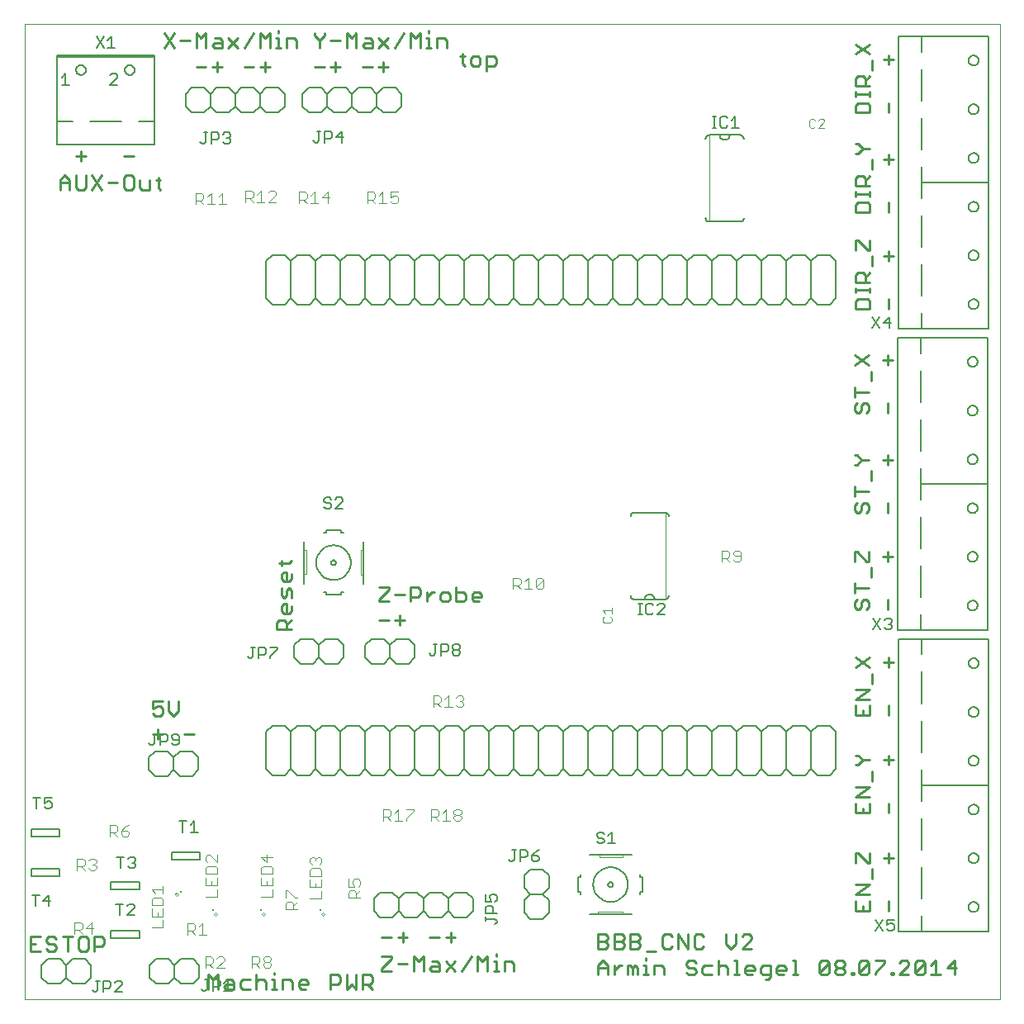
<source format=gto>
G75*
%MOIN*%
%OFA0B0*%
%FSLAX24Y24*%
%IPPOS*%
%LPD*%
%AMOC8*
5,1,8,0,0,1.08239X$1,22.5*
%
%ADD10C,0.0000*%
%ADD11C,0.0110*%
%ADD12C,0.0060*%
%ADD13C,0.0050*%
%ADD14C,0.0025*%
%ADD15C,0.0098*%
%ADD16C,0.0040*%
%ADD17C,0.0020*%
%ADD18C,0.0030*%
D10*
X000180Y000180D02*
X000180Y039550D01*
X039550Y039550D01*
X039550Y000180D01*
X000180Y000180D01*
D11*
X000432Y002125D02*
X000826Y002125D01*
X001076Y002223D02*
X001175Y002125D01*
X001372Y002125D01*
X001470Y002223D01*
X001470Y002322D01*
X001372Y002420D01*
X001175Y002420D01*
X001076Y002518D01*
X001076Y002617D01*
X001175Y002715D01*
X001372Y002715D01*
X001470Y002617D01*
X001721Y002715D02*
X002115Y002715D01*
X001918Y002715D02*
X001918Y002125D01*
X002365Y002223D02*
X002365Y002617D01*
X002464Y002715D01*
X002661Y002715D01*
X002759Y002617D01*
X002759Y002223D01*
X002661Y002125D01*
X002464Y002125D01*
X002365Y002223D01*
X003010Y002125D02*
X003010Y002715D01*
X003305Y002715D01*
X003404Y002617D01*
X003404Y002420D01*
X003305Y002322D01*
X003010Y002322D01*
X000826Y002715D02*
X000432Y002715D01*
X000432Y002125D01*
X000432Y002420D02*
X000629Y002420D01*
X007597Y001180D02*
X007597Y000589D01*
X007991Y000589D02*
X007991Y001180D01*
X007794Y000983D01*
X007597Y001180D01*
X008340Y000983D02*
X008537Y000983D01*
X008635Y000885D01*
X008635Y000589D01*
X008340Y000589D01*
X008242Y000688D01*
X008340Y000786D01*
X008635Y000786D01*
X008886Y000885D02*
X008886Y000688D01*
X008985Y000589D01*
X009280Y000589D01*
X009531Y000589D02*
X009531Y001180D01*
X009629Y000983D02*
X009531Y000885D01*
X009629Y000983D02*
X009826Y000983D01*
X009925Y000885D01*
X009925Y000589D01*
X010175Y000589D02*
X010372Y000589D01*
X010274Y000589D02*
X010274Y000983D01*
X010175Y000983D01*
X010274Y001180D02*
X010274Y001278D01*
X010605Y000983D02*
X010900Y000983D01*
X010999Y000885D01*
X010999Y000589D01*
X011250Y000688D02*
X011250Y000885D01*
X011348Y000983D01*
X011545Y000983D01*
X011643Y000885D01*
X011643Y000786D01*
X011250Y000786D01*
X011250Y000688D02*
X011348Y000589D01*
X011545Y000589D01*
X012539Y000589D02*
X012539Y001180D01*
X012834Y001180D01*
X012932Y001081D01*
X012932Y000885D01*
X012834Y000786D01*
X012539Y000786D01*
X013183Y000589D02*
X013380Y000786D01*
X013577Y000589D01*
X013577Y001180D01*
X013828Y001180D02*
X014123Y001180D01*
X014222Y001081D01*
X014222Y000885D01*
X014123Y000786D01*
X013828Y000786D01*
X013828Y000589D02*
X013828Y001180D01*
X014025Y000786D02*
X014222Y000589D01*
X014605Y001337D02*
X014999Y001337D01*
X015250Y001633D02*
X015643Y001633D01*
X015894Y001928D02*
X015894Y001337D01*
X016288Y001337D02*
X016288Y001928D01*
X016091Y001731D01*
X015894Y001928D01*
X016637Y001731D02*
X016834Y001731D01*
X016932Y001633D01*
X016932Y001337D01*
X016637Y001337D01*
X016539Y001436D01*
X016637Y001534D01*
X016932Y001534D01*
X017183Y001337D02*
X017577Y001731D01*
X017183Y001731D02*
X017577Y001337D01*
X017828Y001337D02*
X018221Y001928D01*
X018472Y001928D02*
X018472Y001337D01*
X018866Y001337D02*
X018866Y001928D01*
X018669Y001731D01*
X018472Y001928D01*
X019117Y001731D02*
X019215Y001731D01*
X019215Y001337D01*
X019117Y001337D02*
X019314Y001337D01*
X019547Y001337D02*
X019547Y001731D01*
X019842Y001731D01*
X019940Y001633D01*
X019940Y001337D01*
X019215Y001928D02*
X019215Y002026D01*
X017577Y002683D02*
X017183Y002683D01*
X016932Y002683D02*
X016539Y002683D01*
X017380Y002879D02*
X017380Y002486D01*
X015643Y002683D02*
X015250Y002683D01*
X014999Y002683D02*
X014605Y002683D01*
X014605Y001928D02*
X014999Y001928D01*
X014999Y001829D01*
X014605Y001436D01*
X014605Y001337D01*
X015446Y002486D02*
X015446Y002879D01*
X013183Y001180D02*
X013183Y000589D01*
X010605Y000589D02*
X010605Y000983D01*
X009280Y000983D02*
X008985Y000983D01*
X008886Y000885D01*
X005550Y010688D02*
X005550Y011081D01*
X005353Y010885D02*
X005747Y010885D01*
X005648Y011639D02*
X005452Y011639D01*
X005353Y011738D01*
X005353Y011935D02*
X005550Y012033D01*
X005648Y012033D01*
X005747Y011935D01*
X005747Y011738D01*
X005648Y011639D01*
X005998Y011836D02*
X005998Y012230D01*
X005747Y012230D02*
X005353Y012230D01*
X005353Y011935D01*
X005998Y011836D02*
X006194Y011639D01*
X006391Y011836D01*
X006391Y012230D01*
X006642Y010885D02*
X007036Y010885D01*
X010361Y015117D02*
X010361Y015412D01*
X010460Y015511D01*
X010657Y015511D01*
X010755Y015412D01*
X010755Y015117D01*
X010755Y015314D02*
X010952Y015511D01*
X010853Y015761D02*
X010657Y015761D01*
X010558Y015860D01*
X010558Y016057D01*
X010657Y016155D01*
X010755Y016155D01*
X010755Y015761D01*
X010853Y015761D02*
X010952Y015860D01*
X010952Y016057D01*
X010952Y016406D02*
X010952Y016701D01*
X010853Y016800D01*
X010755Y016701D01*
X010755Y016504D01*
X010657Y016406D01*
X010558Y016504D01*
X010558Y016800D01*
X010657Y017051D02*
X010558Y017149D01*
X010558Y017346D01*
X010657Y017444D01*
X010755Y017444D01*
X010755Y017051D01*
X010853Y017051D02*
X010657Y017051D01*
X010853Y017051D02*
X010952Y017149D01*
X010952Y017346D01*
X010853Y017794D02*
X010460Y017794D01*
X010558Y017892D02*
X010558Y017695D01*
X010853Y017794D02*
X010952Y017892D01*
X010952Y015117D02*
X010361Y015117D01*
X014487Y015491D02*
X014881Y015491D01*
X015132Y015491D02*
X015525Y015491D01*
X015328Y015688D02*
X015328Y015294D01*
X014881Y016246D02*
X014487Y016246D01*
X014487Y016344D01*
X014881Y016738D01*
X014881Y016836D01*
X014487Y016836D01*
X015132Y016541D02*
X015525Y016541D01*
X015776Y016442D02*
X016071Y016442D01*
X016170Y016541D01*
X016170Y016738D01*
X016071Y016836D01*
X015776Y016836D01*
X015776Y016246D01*
X016421Y016246D02*
X016421Y016639D01*
X016617Y016639D02*
X016716Y016639D01*
X016617Y016639D02*
X016421Y016442D01*
X016958Y016344D02*
X017056Y016246D01*
X017253Y016246D01*
X017351Y016344D01*
X017351Y016541D01*
X017253Y016639D01*
X017056Y016639D01*
X016958Y016541D01*
X016958Y016344D01*
X017602Y016246D02*
X017898Y016246D01*
X017996Y016344D01*
X017996Y016541D01*
X017898Y016639D01*
X017602Y016639D01*
X017602Y016836D02*
X017602Y016246D01*
X018247Y016344D02*
X018247Y016541D01*
X018345Y016639D01*
X018542Y016639D01*
X018641Y016541D01*
X018641Y016442D01*
X018247Y016442D01*
X018247Y016344D02*
X018345Y016246D01*
X018542Y016246D01*
X023345Y002820D02*
X023640Y002820D01*
X023739Y002722D01*
X023739Y002624D01*
X023640Y002525D01*
X023345Y002525D01*
X023345Y002230D02*
X023640Y002230D01*
X023739Y002328D01*
X023739Y002427D01*
X023640Y002525D01*
X023990Y002525D02*
X024285Y002525D01*
X024383Y002427D01*
X024383Y002328D01*
X024285Y002230D01*
X023990Y002230D01*
X023990Y002820D01*
X024285Y002820D01*
X024383Y002722D01*
X024383Y002624D01*
X024285Y002525D01*
X024634Y002525D02*
X024930Y002525D01*
X025028Y002427D01*
X025028Y002328D01*
X024930Y002230D01*
X024634Y002230D01*
X024634Y002820D01*
X024930Y002820D01*
X025028Y002722D01*
X025028Y002624D01*
X024930Y002525D01*
X025279Y002131D02*
X025673Y002131D01*
X025923Y002328D02*
X025923Y002722D01*
X026022Y002820D01*
X026219Y002820D01*
X026317Y002722D01*
X026568Y002820D02*
X026568Y002230D01*
X026317Y002328D02*
X026219Y002230D01*
X026022Y002230D01*
X025923Y002328D01*
X025896Y001574D02*
X025601Y001574D01*
X025601Y001180D01*
X025368Y001180D02*
X025171Y001180D01*
X025270Y001180D02*
X025270Y001574D01*
X025171Y001574D01*
X025270Y001770D02*
X025270Y001869D01*
X024921Y001475D02*
X024921Y001180D01*
X024724Y001180D02*
X024724Y001475D01*
X024822Y001574D01*
X024921Y001475D01*
X024724Y001475D02*
X024625Y001574D01*
X024527Y001574D01*
X024527Y001180D01*
X024285Y001574D02*
X024187Y001574D01*
X023990Y001377D01*
X023990Y001180D02*
X023990Y001574D01*
X023739Y001574D02*
X023739Y001180D01*
X023739Y001475D02*
X023345Y001475D01*
X023345Y001574D02*
X023542Y001770D01*
X023739Y001574D01*
X023345Y001574D02*
X023345Y001180D01*
X023345Y002230D02*
X023345Y002820D01*
X025896Y001574D02*
X025995Y001475D01*
X025995Y001180D01*
X026890Y001278D02*
X026989Y001180D01*
X027186Y001180D01*
X027284Y001278D01*
X027284Y001377D01*
X027186Y001475D01*
X026989Y001475D01*
X026890Y001574D01*
X026890Y001672D01*
X026989Y001770D01*
X027186Y001770D01*
X027284Y001672D01*
X027535Y001475D02*
X027535Y001278D01*
X027633Y001180D01*
X027928Y001180D01*
X028179Y001180D02*
X028179Y001770D01*
X028278Y001574D02*
X028179Y001475D01*
X028278Y001574D02*
X028475Y001574D01*
X028573Y001475D01*
X028573Y001180D01*
X028824Y001180D02*
X029021Y001180D01*
X028922Y001180D02*
X028922Y001770D01*
X028824Y001770D01*
X028698Y002230D02*
X028895Y002427D01*
X028895Y002820D01*
X029146Y002722D02*
X029245Y002820D01*
X029441Y002820D01*
X029540Y002722D01*
X029540Y002624D01*
X029146Y002230D01*
X029540Y002230D01*
X029549Y001574D02*
X029352Y001574D01*
X029254Y001475D01*
X029254Y001278D01*
X029352Y001180D01*
X029549Y001180D01*
X029647Y001377D02*
X029254Y001377D01*
X029549Y001574D02*
X029647Y001475D01*
X029647Y001377D01*
X029898Y001475D02*
X029898Y001278D01*
X029997Y001180D01*
X030292Y001180D01*
X030292Y001081D02*
X030292Y001574D01*
X029997Y001574D01*
X029898Y001475D01*
X030095Y000983D02*
X030193Y000983D01*
X030292Y001081D01*
X030543Y001278D02*
X030543Y001475D01*
X030641Y001574D01*
X030838Y001574D01*
X030936Y001475D01*
X030936Y001377D01*
X030543Y001377D01*
X030543Y001278D02*
X030641Y001180D01*
X030838Y001180D01*
X031187Y001180D02*
X031384Y001180D01*
X031286Y001180D02*
X031286Y001770D01*
X031187Y001770D01*
X032262Y001672D02*
X032262Y001278D01*
X032655Y001672D01*
X032655Y001278D01*
X032557Y001180D01*
X032360Y001180D01*
X032262Y001278D01*
X032262Y001672D02*
X032360Y001770D01*
X032557Y001770D01*
X032655Y001672D01*
X032906Y001672D02*
X032906Y001574D01*
X033004Y001475D01*
X033201Y001475D01*
X033300Y001377D01*
X033300Y001278D01*
X033201Y001180D01*
X033004Y001180D01*
X032906Y001278D01*
X032906Y001377D01*
X033004Y001475D01*
X033201Y001475D02*
X033300Y001574D01*
X033300Y001672D01*
X033201Y001770D01*
X033004Y001770D01*
X032906Y001672D01*
X033551Y001278D02*
X033551Y001180D01*
X033649Y001180D01*
X033649Y001278D01*
X033551Y001278D01*
X033873Y001278D02*
X033971Y001180D01*
X034168Y001180D01*
X034267Y001278D01*
X034267Y001672D01*
X033873Y001278D01*
X033873Y001672D01*
X033971Y001770D01*
X034168Y001770D01*
X034267Y001672D01*
X034517Y001770D02*
X034911Y001770D01*
X034911Y001672D01*
X034517Y001278D01*
X034517Y001180D01*
X035162Y001180D02*
X035260Y001180D01*
X035260Y001278D01*
X035162Y001278D01*
X035162Y001180D01*
X035484Y001180D02*
X035878Y001574D01*
X035878Y001672D01*
X035780Y001770D01*
X035583Y001770D01*
X035484Y001672D01*
X036129Y001672D02*
X036129Y001278D01*
X036522Y001672D01*
X036522Y001278D01*
X036424Y001180D01*
X036227Y001180D01*
X036129Y001278D01*
X035878Y001180D02*
X035484Y001180D01*
X036129Y001672D02*
X036227Y001770D01*
X036424Y001770D01*
X036522Y001672D01*
X036773Y001574D02*
X036970Y001770D01*
X036970Y001180D01*
X036773Y001180D02*
X037167Y001180D01*
X037418Y001475D02*
X037812Y001475D01*
X037713Y001180D02*
X037713Y001770D01*
X037418Y001475D01*
X035066Y003778D02*
X035066Y004172D01*
X034311Y004172D02*
X034311Y003778D01*
X033721Y003778D01*
X033721Y004172D01*
X033721Y004423D02*
X034311Y004817D01*
X033721Y004817D01*
X033721Y004423D02*
X034311Y004423D01*
X034016Y003975D02*
X034016Y003778D01*
X034410Y005067D02*
X034410Y005461D01*
X034311Y005712D02*
X034311Y006106D01*
X034311Y005712D02*
X034213Y005712D01*
X033819Y006106D01*
X033721Y006106D01*
X033721Y005712D01*
X034869Y005909D02*
X035263Y005909D01*
X035066Y005712D02*
X035066Y006106D01*
X035066Y007715D02*
X035066Y008109D01*
X034311Y008109D02*
X034311Y007715D01*
X033721Y007715D01*
X033721Y008109D01*
X033721Y008360D02*
X034311Y008754D01*
X033721Y008754D01*
X033721Y008360D02*
X034311Y008360D01*
X034410Y009004D02*
X034410Y009398D01*
X034311Y009846D02*
X034016Y009846D01*
X033819Y010043D01*
X033721Y010043D01*
X034016Y009846D02*
X033819Y009649D01*
X033721Y009649D01*
X034869Y009846D02*
X035263Y009846D01*
X035066Y009649D02*
X035066Y010043D01*
X035066Y011652D02*
X035066Y012046D01*
X034311Y012046D02*
X034311Y011652D01*
X033721Y011652D01*
X033721Y012046D01*
X033721Y012297D02*
X034311Y012691D01*
X033721Y012691D01*
X033721Y012297D02*
X034311Y012297D01*
X034016Y011849D02*
X034016Y011652D01*
X034410Y012941D02*
X034410Y013335D01*
X034311Y013586D02*
X033721Y013980D01*
X033721Y013586D02*
X034311Y013980D01*
X034869Y013783D02*
X035263Y013783D01*
X035066Y013586D02*
X035066Y013980D01*
X035027Y015944D02*
X035027Y016337D01*
X034272Y016239D02*
X034272Y016042D01*
X034173Y015944D01*
X033977Y016042D02*
X033977Y016239D01*
X034075Y016337D01*
X034173Y016337D01*
X034272Y016239D01*
X033977Y016042D02*
X033878Y015944D01*
X033780Y015944D01*
X033681Y016042D01*
X033681Y016239D01*
X033780Y016337D01*
X033681Y016588D02*
X033681Y016982D01*
X033681Y016785D02*
X034272Y016785D01*
X034370Y017233D02*
X034370Y017626D01*
X034272Y017877D02*
X034272Y018271D01*
X034272Y017877D02*
X034173Y017877D01*
X033780Y018271D01*
X033681Y018271D01*
X033681Y017877D01*
X034830Y018074D02*
X035223Y018074D01*
X035027Y017877D02*
X035027Y018271D01*
X035027Y019841D02*
X035027Y020235D01*
X034272Y020137D02*
X034272Y019940D01*
X034173Y019841D01*
X033977Y019940D02*
X033977Y020137D01*
X034075Y020235D01*
X034173Y020235D01*
X034272Y020137D01*
X033977Y019940D02*
X033878Y019841D01*
X033780Y019841D01*
X033681Y019940D01*
X033681Y020137D01*
X033780Y020235D01*
X033681Y020486D02*
X033681Y020880D01*
X033681Y020683D02*
X034272Y020683D01*
X034370Y021130D02*
X034370Y021524D01*
X034272Y021972D02*
X033977Y021972D01*
X033780Y022169D01*
X033681Y022169D01*
X033977Y021972D02*
X033780Y021775D01*
X033681Y021775D01*
X034830Y021972D02*
X035223Y021972D01*
X035027Y021775D02*
X035027Y022169D01*
X035027Y023857D02*
X035027Y024251D01*
X034272Y024152D02*
X034272Y023955D01*
X034173Y023857D01*
X033977Y023955D02*
X033977Y024152D01*
X034075Y024251D01*
X034173Y024251D01*
X034272Y024152D01*
X033977Y023955D02*
X033878Y023857D01*
X033780Y023857D01*
X033681Y023955D01*
X033681Y024152D01*
X033780Y024251D01*
X033681Y024502D02*
X033681Y024895D01*
X033681Y024698D02*
X034272Y024698D01*
X034370Y025146D02*
X034370Y025540D01*
X034272Y025791D02*
X033681Y026184D01*
X033681Y025791D02*
X034272Y026184D01*
X034830Y025988D02*
X035223Y025988D01*
X035027Y025791D02*
X035027Y026184D01*
X035066Y028070D02*
X035066Y028463D01*
X034311Y028365D02*
X034311Y028070D01*
X033721Y028070D01*
X033721Y028365D01*
X033819Y028463D01*
X034213Y028463D01*
X034311Y028365D01*
X034311Y028714D02*
X034311Y028911D01*
X034311Y028813D02*
X033721Y028813D01*
X033721Y028911D02*
X033721Y028714D01*
X033721Y029144D02*
X033721Y029439D01*
X033819Y029538D01*
X034016Y029538D01*
X034114Y029439D01*
X034114Y029144D01*
X034114Y029341D02*
X034311Y029538D01*
X034410Y029788D02*
X034410Y030182D01*
X034311Y030433D02*
X034311Y030827D01*
X034311Y030433D02*
X034213Y030433D01*
X033819Y030827D01*
X033721Y030827D01*
X033721Y030433D01*
X034869Y030200D02*
X035263Y030200D01*
X035066Y030003D02*
X035066Y030397D01*
X034311Y029144D02*
X033721Y029144D01*
X033721Y031967D02*
X033721Y032263D01*
X033819Y032361D01*
X034213Y032361D01*
X034311Y032263D01*
X034311Y031967D01*
X033721Y031967D01*
X033721Y032612D02*
X033721Y032809D01*
X033721Y032710D02*
X034311Y032710D01*
X034311Y032612D02*
X034311Y032809D01*
X034311Y033042D02*
X033721Y033042D01*
X033721Y033337D01*
X033819Y033435D01*
X034016Y033435D01*
X034114Y033337D01*
X034114Y033042D01*
X034114Y033238D02*
X034311Y033435D01*
X034410Y033686D02*
X034410Y034080D01*
X034311Y034527D02*
X034016Y034527D01*
X033819Y034724D01*
X033721Y034724D01*
X034016Y034527D02*
X033819Y034331D01*
X033721Y034331D01*
X034869Y034098D02*
X035263Y034098D01*
X035066Y033901D02*
X035066Y034295D01*
X035066Y035983D02*
X035066Y036377D01*
X034311Y036278D02*
X034311Y035983D01*
X033721Y035983D01*
X033721Y036278D01*
X033819Y036377D01*
X034213Y036377D01*
X034311Y036278D01*
X034311Y036628D02*
X034311Y036824D01*
X034311Y036726D02*
X033721Y036726D01*
X033721Y036628D02*
X033721Y036824D01*
X033721Y037057D02*
X033721Y037353D01*
X033819Y037451D01*
X034016Y037451D01*
X034114Y037353D01*
X034114Y037057D01*
X034114Y037254D02*
X034311Y037451D01*
X034410Y037702D02*
X034410Y038095D01*
X034311Y038346D02*
X033721Y038740D01*
X033721Y038346D02*
X034311Y038740D01*
X034869Y038114D02*
X035263Y038114D01*
X035066Y038310D02*
X035066Y037917D01*
X034311Y037057D02*
X033721Y037057D01*
X035066Y032361D02*
X035066Y031967D01*
X019223Y037971D02*
X019124Y037873D01*
X018829Y037873D01*
X018829Y037676D02*
X018829Y038266D01*
X019124Y038266D01*
X019223Y038168D01*
X019223Y037971D01*
X018578Y037971D02*
X018578Y038168D01*
X018480Y038266D01*
X018283Y038266D01*
X018184Y038168D01*
X018184Y037971D01*
X018283Y037873D01*
X018480Y037873D01*
X018578Y037971D01*
X017952Y037873D02*
X017853Y037971D01*
X017853Y038365D01*
X017755Y038266D02*
X017952Y038266D01*
X017228Y038590D02*
X017228Y038885D01*
X017130Y038984D01*
X016835Y038984D01*
X016835Y038590D01*
X016602Y038590D02*
X016405Y038590D01*
X016503Y038590D02*
X016503Y038984D01*
X016405Y038984D01*
X016503Y039181D02*
X016503Y039279D01*
X016154Y039181D02*
X016154Y038590D01*
X015760Y038590D02*
X015760Y039181D01*
X015957Y038984D01*
X016154Y039181D01*
X015509Y039181D02*
X015116Y038590D01*
X014865Y038590D02*
X014471Y038984D01*
X014220Y038885D02*
X014220Y038590D01*
X013925Y038590D01*
X013827Y038689D01*
X013925Y038787D01*
X014220Y038787D01*
X014220Y038885D02*
X014122Y038984D01*
X013925Y038984D01*
X013576Y039181D02*
X013576Y038590D01*
X013182Y038590D02*
X013182Y039181D01*
X013379Y038984D01*
X013576Y039181D01*
X012931Y038885D02*
X012538Y038885D01*
X012287Y039082D02*
X012287Y039181D01*
X012287Y039082D02*
X012090Y038885D01*
X012090Y038590D01*
X012090Y038885D02*
X011893Y039082D01*
X011893Y039181D01*
X011161Y038885D02*
X011161Y038590D01*
X011161Y038885D02*
X011062Y038984D01*
X010767Y038984D01*
X010767Y038590D01*
X010534Y038590D02*
X010337Y038590D01*
X010436Y038590D02*
X010436Y038984D01*
X010337Y038984D01*
X010436Y039181D02*
X010436Y039279D01*
X010087Y039181D02*
X010087Y038590D01*
X009693Y038590D02*
X009693Y039181D01*
X009890Y038984D01*
X010087Y039181D01*
X009442Y039181D02*
X009048Y038590D01*
X008797Y038590D02*
X008404Y038984D01*
X008153Y038885D02*
X008153Y038590D01*
X007858Y038590D01*
X007759Y038689D01*
X007858Y038787D01*
X008153Y038787D01*
X008153Y038885D02*
X008054Y038984D01*
X007858Y038984D01*
X007508Y039181D02*
X007508Y038590D01*
X007115Y038590D02*
X007115Y039181D01*
X007311Y038984D01*
X007508Y039181D01*
X006864Y038885D02*
X006470Y038885D01*
X006219Y038590D02*
X005826Y039181D01*
X006219Y039181D02*
X005826Y038590D01*
X007115Y037835D02*
X007508Y037835D01*
X007759Y037835D02*
X008153Y037835D01*
X007956Y037639D02*
X007956Y038032D01*
X008404Y038590D02*
X008797Y038984D01*
X009048Y037835D02*
X009442Y037835D01*
X009693Y037835D02*
X010087Y037835D01*
X009890Y037639D02*
X009890Y038032D01*
X011893Y037835D02*
X012287Y037835D01*
X012538Y037835D02*
X012931Y037835D01*
X012734Y037639D02*
X012734Y038032D01*
X013827Y037835D02*
X014220Y037835D01*
X014471Y037835D02*
X014865Y037835D01*
X014668Y037639D02*
X014668Y038032D01*
X014471Y038590D02*
X014865Y038984D01*
X005677Y033266D02*
X005480Y033266D01*
X005579Y033365D02*
X005579Y032971D01*
X005677Y032873D01*
X005229Y032873D02*
X005229Y033266D01*
X005229Y032873D02*
X004934Y032873D01*
X004836Y032971D01*
X004836Y033266D01*
X004585Y033365D02*
X004585Y032971D01*
X004486Y032873D01*
X004290Y032873D01*
X004191Y032971D01*
X004191Y033365D01*
X004290Y033463D01*
X004486Y033463D01*
X004585Y033365D01*
X003940Y033168D02*
X003547Y033168D01*
X003296Y032873D02*
X002902Y033463D01*
X002651Y033463D02*
X002651Y032971D01*
X002553Y032873D01*
X002356Y032873D01*
X002258Y032971D01*
X002258Y033463D01*
X002007Y033266D02*
X002007Y032873D01*
X002007Y033168D02*
X001613Y033168D01*
X001613Y033266D02*
X001810Y033463D01*
X002007Y033266D01*
X001613Y033266D02*
X001613Y032873D01*
X002902Y032873D02*
X003296Y033463D01*
X002651Y034218D02*
X002258Y034218D01*
X002454Y034415D02*
X002454Y034021D01*
X004191Y034218D02*
X004585Y034218D01*
X034016Y007912D02*
X034016Y007715D01*
X028502Y002820D02*
X028502Y002427D01*
X028698Y002230D01*
X027928Y001574D02*
X027633Y001574D01*
X027535Y001475D01*
X027508Y002230D02*
X027311Y002230D01*
X027213Y002328D01*
X027213Y002722D01*
X027311Y002820D01*
X027508Y002820D01*
X027606Y002722D01*
X027606Y002328D02*
X027508Y002230D01*
X026962Y002230D02*
X026962Y002820D01*
X026568Y002820D02*
X026962Y002230D01*
D12*
X024691Y003626D02*
X024341Y003626D01*
X023341Y003626D01*
X022991Y003626D01*
X022641Y004426D02*
X022641Y004526D01*
X022541Y004526D01*
X022541Y005126D01*
X022641Y005126D01*
X022641Y005226D01*
X022991Y006026D02*
X023391Y006026D01*
X024341Y006026D01*
X024691Y006026D01*
X025041Y005226D02*
X025041Y005126D01*
X025141Y005126D01*
X025141Y004526D01*
X025041Y004526D01*
X025041Y004426D01*
X023741Y004826D02*
X023743Y004846D01*
X023749Y004864D01*
X023758Y004882D01*
X023770Y004897D01*
X023785Y004909D01*
X023803Y004918D01*
X023821Y004924D01*
X023841Y004926D01*
X023861Y004924D01*
X023879Y004918D01*
X023897Y004909D01*
X023912Y004897D01*
X023924Y004882D01*
X023933Y004864D01*
X023939Y004846D01*
X023941Y004826D01*
X023939Y004806D01*
X023933Y004788D01*
X023924Y004770D01*
X023912Y004755D01*
X023897Y004743D01*
X023879Y004734D01*
X023861Y004728D01*
X023841Y004726D01*
X023821Y004728D01*
X023803Y004734D01*
X023785Y004743D01*
X023770Y004755D01*
X023758Y004770D01*
X023749Y004788D01*
X023743Y004806D01*
X023741Y004826D01*
X023141Y004826D02*
X023143Y004878D01*
X023149Y004930D01*
X023159Y004982D01*
X023172Y005032D01*
X023189Y005082D01*
X023210Y005130D01*
X023235Y005176D01*
X023263Y005220D01*
X023294Y005262D01*
X023328Y005302D01*
X023365Y005339D01*
X023405Y005373D01*
X023447Y005404D01*
X023491Y005432D01*
X023537Y005457D01*
X023585Y005478D01*
X023635Y005495D01*
X023685Y005508D01*
X023737Y005518D01*
X023789Y005524D01*
X023841Y005526D01*
X023893Y005524D01*
X023945Y005518D01*
X023997Y005508D01*
X024047Y005495D01*
X024097Y005478D01*
X024145Y005457D01*
X024191Y005432D01*
X024235Y005404D01*
X024277Y005373D01*
X024317Y005339D01*
X024354Y005302D01*
X024388Y005262D01*
X024419Y005220D01*
X024447Y005176D01*
X024472Y005130D01*
X024493Y005082D01*
X024510Y005032D01*
X024523Y004982D01*
X024533Y004930D01*
X024539Y004878D01*
X024541Y004826D01*
X024539Y004774D01*
X024533Y004722D01*
X024523Y004670D01*
X024510Y004620D01*
X024493Y004570D01*
X024472Y004522D01*
X024447Y004476D01*
X024419Y004432D01*
X024388Y004390D01*
X024354Y004350D01*
X024317Y004313D01*
X024277Y004279D01*
X024235Y004248D01*
X024191Y004220D01*
X024145Y004195D01*
X024097Y004174D01*
X024047Y004157D01*
X023997Y004144D01*
X023945Y004134D01*
X023893Y004128D01*
X023841Y004126D01*
X023789Y004128D01*
X023737Y004134D01*
X023685Y004144D01*
X023635Y004157D01*
X023585Y004174D01*
X023537Y004195D01*
X023491Y004220D01*
X023447Y004248D01*
X023405Y004279D01*
X023365Y004313D01*
X023328Y004350D01*
X023294Y004390D01*
X023263Y004432D01*
X023235Y004476D01*
X023210Y004522D01*
X023189Y004570D01*
X023172Y004620D01*
X023159Y004670D01*
X023149Y004722D01*
X023143Y004774D01*
X023141Y004826D01*
X021349Y004682D02*
X021099Y004432D01*
X021349Y004182D01*
X021349Y003682D01*
X021099Y003432D01*
X020599Y003432D01*
X020349Y003682D01*
X020349Y004182D01*
X020599Y004432D01*
X020349Y004682D01*
X020349Y005182D01*
X020599Y005432D01*
X021099Y005432D01*
X021349Y005182D01*
X021349Y004682D01*
X021099Y004432D02*
X020599Y004432D01*
X018282Y004249D02*
X018282Y003749D01*
X018032Y003499D01*
X017532Y003499D01*
X017282Y003749D01*
X017032Y003499D01*
X016532Y003499D01*
X016282Y003749D01*
X016282Y004249D01*
X016532Y004499D01*
X017032Y004499D01*
X017282Y004249D01*
X017532Y004499D01*
X018032Y004499D01*
X018282Y004249D01*
X017282Y004249D02*
X017282Y003749D01*
X016282Y003749D02*
X016032Y003499D01*
X015532Y003499D01*
X015282Y003749D01*
X015032Y003499D01*
X014532Y003499D01*
X014282Y003749D01*
X014282Y004249D01*
X014532Y004499D01*
X015032Y004499D01*
X015282Y004249D01*
X015532Y004499D01*
X016032Y004499D01*
X016282Y004249D01*
X015282Y004249D02*
X015282Y003749D01*
X015186Y009245D02*
X014936Y009495D01*
X014936Y010995D01*
X015186Y011245D01*
X015686Y011245D01*
X015936Y010995D01*
X015936Y009495D01*
X016186Y009245D01*
X016686Y009245D01*
X016936Y009495D01*
X016936Y010995D01*
X017186Y011245D01*
X017686Y011245D01*
X017936Y010995D01*
X017936Y009495D01*
X017686Y009245D01*
X017186Y009245D01*
X016936Y009495D01*
X015936Y009495D02*
X015686Y009245D01*
X015186Y009245D01*
X014936Y009495D02*
X014686Y009245D01*
X014186Y009245D01*
X013936Y009495D01*
X013936Y010995D01*
X014186Y011245D01*
X014686Y011245D01*
X014936Y010995D01*
X013936Y010995D02*
X013686Y011245D01*
X013186Y011245D01*
X012936Y010995D01*
X012936Y009495D01*
X013186Y009245D01*
X013686Y009245D01*
X013936Y009495D01*
X012936Y009495D02*
X012686Y009245D01*
X012186Y009245D01*
X011936Y009495D01*
X011936Y010995D01*
X012186Y011245D01*
X012686Y011245D01*
X012936Y010995D01*
X011936Y010995D02*
X011686Y011245D01*
X011186Y011245D01*
X010936Y010995D01*
X010936Y009495D01*
X011186Y009245D01*
X011686Y009245D01*
X011936Y009495D01*
X010936Y009495D02*
X010686Y009245D01*
X010186Y009245D01*
X009936Y009495D01*
X009936Y010995D01*
X010186Y011245D01*
X010686Y011245D01*
X010936Y010995D01*
X011320Y013735D02*
X011070Y013985D01*
X011070Y014485D01*
X011320Y014735D01*
X011820Y014735D01*
X012070Y014485D01*
X012320Y014735D01*
X012820Y014735D01*
X013070Y014485D01*
X013070Y013985D01*
X012820Y013735D01*
X012320Y013735D01*
X012070Y013985D01*
X011820Y013735D01*
X011320Y013735D01*
X012070Y013985D02*
X012070Y014485D01*
X013944Y014485D02*
X013944Y013985D01*
X014194Y013735D01*
X014694Y013735D01*
X014944Y013985D01*
X014944Y014485D01*
X014694Y014735D01*
X014194Y014735D01*
X013944Y014485D01*
X014944Y014485D02*
X015194Y014735D01*
X015694Y014735D01*
X015944Y014485D01*
X015944Y013985D01*
X015694Y013735D01*
X015194Y013735D01*
X014944Y013985D01*
X012960Y016518D02*
X012360Y016518D01*
X012360Y016618D01*
X012260Y016618D01*
X012960Y016618D02*
X013060Y016618D01*
X012960Y016618D02*
X012960Y016518D01*
X013860Y016968D02*
X013860Y017318D01*
X013860Y018318D01*
X013860Y018668D01*
X013060Y019018D02*
X012960Y019018D01*
X012960Y019118D01*
X012360Y019118D01*
X012360Y019018D01*
X012260Y019018D01*
X011460Y018668D02*
X011460Y018318D01*
X011460Y017368D01*
X011460Y016968D01*
X012560Y017818D02*
X012562Y017838D01*
X012568Y017856D01*
X012577Y017874D01*
X012589Y017889D01*
X012604Y017901D01*
X012622Y017910D01*
X012640Y017916D01*
X012660Y017918D01*
X012680Y017916D01*
X012698Y017910D01*
X012716Y017901D01*
X012731Y017889D01*
X012743Y017874D01*
X012752Y017856D01*
X012758Y017838D01*
X012760Y017818D01*
X012758Y017798D01*
X012752Y017780D01*
X012743Y017762D01*
X012731Y017747D01*
X012716Y017735D01*
X012698Y017726D01*
X012680Y017720D01*
X012660Y017718D01*
X012640Y017720D01*
X012622Y017726D01*
X012604Y017735D01*
X012589Y017747D01*
X012577Y017762D01*
X012568Y017780D01*
X012562Y017798D01*
X012560Y017818D01*
X011960Y017818D02*
X011962Y017870D01*
X011968Y017922D01*
X011978Y017974D01*
X011991Y018024D01*
X012008Y018074D01*
X012029Y018122D01*
X012054Y018168D01*
X012082Y018212D01*
X012113Y018254D01*
X012147Y018294D01*
X012184Y018331D01*
X012224Y018365D01*
X012266Y018396D01*
X012310Y018424D01*
X012356Y018449D01*
X012404Y018470D01*
X012454Y018487D01*
X012504Y018500D01*
X012556Y018510D01*
X012608Y018516D01*
X012660Y018518D01*
X012712Y018516D01*
X012764Y018510D01*
X012816Y018500D01*
X012866Y018487D01*
X012916Y018470D01*
X012964Y018449D01*
X013010Y018424D01*
X013054Y018396D01*
X013096Y018365D01*
X013136Y018331D01*
X013173Y018294D01*
X013207Y018254D01*
X013238Y018212D01*
X013266Y018168D01*
X013291Y018122D01*
X013312Y018074D01*
X013329Y018024D01*
X013342Y017974D01*
X013352Y017922D01*
X013358Y017870D01*
X013360Y017818D01*
X013358Y017766D01*
X013352Y017714D01*
X013342Y017662D01*
X013329Y017612D01*
X013312Y017562D01*
X013291Y017514D01*
X013266Y017468D01*
X013238Y017424D01*
X013207Y017382D01*
X013173Y017342D01*
X013136Y017305D01*
X013096Y017271D01*
X013054Y017240D01*
X013010Y017212D01*
X012964Y017187D01*
X012916Y017166D01*
X012866Y017149D01*
X012816Y017136D01*
X012764Y017126D01*
X012712Y017120D01*
X012660Y017118D01*
X012608Y017120D01*
X012556Y017126D01*
X012504Y017136D01*
X012454Y017149D01*
X012404Y017166D01*
X012356Y017187D01*
X012310Y017212D01*
X012266Y017240D01*
X012224Y017271D01*
X012184Y017305D01*
X012147Y017342D01*
X012113Y017382D01*
X012082Y017424D01*
X012054Y017468D01*
X012029Y017514D01*
X012008Y017562D01*
X011991Y017612D01*
X011978Y017662D01*
X011968Y017714D01*
X011962Y017766D01*
X011960Y017818D01*
X016186Y011245D02*
X016686Y011245D01*
X016936Y010995D01*
X016186Y011245D02*
X015936Y010995D01*
X017936Y010995D02*
X018186Y011245D01*
X018686Y011245D01*
X018936Y010995D01*
X018936Y009495D01*
X018686Y009245D01*
X018186Y009245D01*
X017936Y009495D01*
X018936Y009495D02*
X019186Y009245D01*
X019686Y009245D01*
X019936Y009495D01*
X019936Y010995D01*
X020186Y011245D01*
X020686Y011245D01*
X020936Y010995D01*
X020936Y009495D01*
X020686Y009245D01*
X020186Y009245D01*
X019936Y009495D01*
X020936Y009495D02*
X021186Y009245D01*
X021686Y009245D01*
X021936Y009495D01*
X021936Y010995D01*
X022186Y011245D01*
X022686Y011245D01*
X022936Y010995D01*
X022936Y009495D01*
X022686Y009245D01*
X022186Y009245D01*
X021936Y009495D01*
X022936Y009495D02*
X023186Y009245D01*
X023686Y009245D01*
X023936Y009495D01*
X023936Y010995D01*
X024186Y011245D01*
X024686Y011245D01*
X024936Y010995D01*
X024936Y009495D01*
X024686Y009245D01*
X024186Y009245D01*
X023936Y009495D01*
X024936Y009495D02*
X025186Y009245D01*
X025686Y009245D01*
X025936Y009495D01*
X026186Y009245D01*
X026686Y009245D01*
X026936Y009495D01*
X027186Y009245D01*
X027686Y009245D01*
X027936Y009495D01*
X028186Y009245D01*
X028686Y009245D01*
X028936Y009495D01*
X029186Y009245D01*
X029686Y009245D01*
X029936Y009495D01*
X030186Y009245D01*
X030686Y009245D01*
X030936Y009495D01*
X031186Y009245D01*
X031686Y009245D01*
X031936Y009495D01*
X032186Y009245D01*
X032686Y009245D01*
X032936Y009495D01*
X032936Y010995D01*
X032686Y011245D01*
X032186Y011245D01*
X031936Y010995D01*
X031936Y009495D01*
X030936Y009495D02*
X030936Y010995D01*
X031186Y011245D01*
X031686Y011245D01*
X031936Y010995D01*
X030936Y010995D02*
X030686Y011245D01*
X030186Y011245D01*
X029936Y010995D01*
X029936Y009495D01*
X028936Y009495D02*
X028936Y010995D01*
X029186Y011245D01*
X029686Y011245D01*
X029936Y010995D01*
X028936Y010995D02*
X028686Y011245D01*
X028186Y011245D01*
X027936Y010995D01*
X027936Y009495D01*
X026936Y009495D02*
X026936Y010995D01*
X027186Y011245D01*
X027686Y011245D01*
X027936Y010995D01*
X026936Y010995D02*
X026686Y011245D01*
X026186Y011245D01*
X025936Y010995D01*
X025936Y009495D01*
X025936Y010995D02*
X025686Y011245D01*
X025186Y011245D01*
X024936Y010995D01*
X023936Y010995D02*
X023686Y011245D01*
X023186Y011245D01*
X022936Y010995D01*
X021936Y010995D02*
X021686Y011245D01*
X021186Y011245D01*
X020936Y010995D01*
X019936Y010995D02*
X019686Y011245D01*
X019186Y011245D01*
X018936Y010995D01*
X024796Y016343D02*
X025216Y016343D01*
X025616Y016343D01*
X026036Y016343D01*
X026059Y016345D01*
X026082Y016350D01*
X026104Y016359D01*
X026124Y016372D01*
X026142Y016387D01*
X026157Y016405D01*
X026170Y016425D01*
X026179Y016447D01*
X026184Y016470D01*
X026186Y016493D01*
X025616Y016343D02*
X025614Y016370D01*
X025609Y016397D01*
X025599Y016423D01*
X025587Y016447D01*
X025571Y016469D01*
X025553Y016489D01*
X025531Y016506D01*
X025508Y016521D01*
X025483Y016531D01*
X025457Y016539D01*
X025430Y016543D01*
X025402Y016543D01*
X025375Y016539D01*
X025349Y016531D01*
X025324Y016521D01*
X025301Y016506D01*
X025279Y016489D01*
X025261Y016469D01*
X025245Y016447D01*
X025233Y016423D01*
X025223Y016397D01*
X025218Y016370D01*
X025216Y016343D01*
X024796Y016343D02*
X024773Y016345D01*
X024750Y016350D01*
X024728Y016359D01*
X024708Y016372D01*
X024690Y016387D01*
X024675Y016405D01*
X024662Y016425D01*
X024653Y016447D01*
X024648Y016470D01*
X024646Y016493D01*
X024646Y019693D02*
X024648Y019716D01*
X024653Y019739D01*
X024662Y019761D01*
X024675Y019781D01*
X024690Y019799D01*
X024708Y019814D01*
X024728Y019827D01*
X024750Y019836D01*
X024773Y019841D01*
X024796Y019843D01*
X026036Y019843D01*
X026059Y019841D01*
X026082Y019836D01*
X026104Y019827D01*
X026124Y019814D01*
X026142Y019799D01*
X026157Y019781D01*
X026170Y019761D01*
X026179Y019739D01*
X026184Y019716D01*
X026186Y019693D01*
X026186Y028245D02*
X025936Y028495D01*
X025936Y029995D01*
X026186Y030245D01*
X026686Y030245D01*
X026936Y029995D01*
X027186Y030245D01*
X027686Y030245D01*
X027936Y029995D01*
X028186Y030245D01*
X028686Y030245D01*
X028936Y029995D01*
X029186Y030245D01*
X029686Y030245D01*
X029936Y029995D01*
X030186Y030245D01*
X030686Y030245D01*
X030936Y029995D01*
X031186Y030245D01*
X031686Y030245D01*
X031936Y029995D01*
X032186Y030245D01*
X032686Y030245D01*
X032936Y029995D01*
X032936Y028495D01*
X032686Y028245D01*
X032186Y028245D01*
X031936Y028495D01*
X031936Y029995D01*
X030936Y029995D02*
X030936Y028495D01*
X031186Y028245D01*
X031686Y028245D01*
X031936Y028495D01*
X030936Y028495D02*
X030686Y028245D01*
X030186Y028245D01*
X029936Y028495D01*
X029936Y029995D01*
X028936Y029995D02*
X028936Y028495D01*
X029186Y028245D01*
X029686Y028245D01*
X029936Y028495D01*
X028936Y028495D02*
X028686Y028245D01*
X028186Y028245D01*
X027936Y028495D01*
X027936Y029995D01*
X026936Y029995D02*
X026936Y028495D01*
X027186Y028245D01*
X027686Y028245D01*
X027936Y028495D01*
X026936Y028495D02*
X026686Y028245D01*
X026186Y028245D01*
X025936Y028495D02*
X025686Y028245D01*
X025186Y028245D01*
X024936Y028495D01*
X024936Y029995D01*
X025186Y030245D01*
X025686Y030245D01*
X025936Y029995D01*
X024936Y029995D02*
X024686Y030245D01*
X024186Y030245D01*
X023936Y029995D01*
X023936Y028495D01*
X023686Y028245D01*
X023186Y028245D01*
X022936Y028495D01*
X022936Y029995D01*
X023186Y030245D01*
X023686Y030245D01*
X023936Y029995D01*
X022936Y029995D02*
X022686Y030245D01*
X022186Y030245D01*
X021936Y029995D01*
X021936Y028495D01*
X021686Y028245D01*
X021186Y028245D01*
X020936Y028495D01*
X020936Y029995D01*
X021186Y030245D01*
X021686Y030245D01*
X021936Y029995D01*
X020936Y029995D02*
X020686Y030245D01*
X020186Y030245D01*
X019936Y029995D01*
X019936Y028495D01*
X019686Y028245D01*
X019186Y028245D01*
X018936Y028495D01*
X018936Y029995D01*
X019186Y030245D01*
X019686Y030245D01*
X019936Y029995D01*
X018936Y029995D02*
X018686Y030245D01*
X018186Y030245D01*
X017936Y029995D01*
X017936Y028495D01*
X017686Y028245D01*
X017186Y028245D01*
X016936Y028495D01*
X016936Y029995D01*
X017186Y030245D01*
X017686Y030245D01*
X017936Y029995D01*
X016936Y029995D02*
X016686Y030245D01*
X016186Y030245D01*
X015936Y029995D01*
X015936Y028495D01*
X016186Y028245D01*
X016686Y028245D01*
X016936Y028495D01*
X015936Y028495D02*
X015686Y028245D01*
X015186Y028245D01*
X014936Y028495D01*
X014936Y029995D01*
X015186Y030245D01*
X015686Y030245D01*
X015936Y029995D01*
X014936Y029995D02*
X014686Y030245D01*
X014186Y030245D01*
X013936Y029995D01*
X013936Y028495D01*
X014186Y028245D01*
X014686Y028245D01*
X014936Y028495D01*
X013936Y028495D02*
X013686Y028245D01*
X013186Y028245D01*
X012936Y028495D01*
X012936Y029995D01*
X013186Y030245D01*
X013686Y030245D01*
X013936Y029995D01*
X012936Y029995D02*
X012686Y030245D01*
X012186Y030245D01*
X011936Y029995D01*
X011936Y028495D01*
X012186Y028245D01*
X012686Y028245D01*
X012936Y028495D01*
X011936Y028495D02*
X011686Y028245D01*
X011186Y028245D01*
X010936Y028495D01*
X010936Y029995D01*
X011186Y030245D01*
X011686Y030245D01*
X011936Y029995D01*
X010936Y029995D02*
X010686Y030245D01*
X010186Y030245D01*
X009936Y029995D01*
X009936Y028495D01*
X010186Y028245D01*
X010686Y028245D01*
X010936Y028495D01*
X005413Y034684D02*
X005413Y035624D01*
X005413Y038224D01*
X001484Y038224D01*
X001484Y038304D01*
X005413Y038304D01*
X005413Y038224D01*
X004233Y037704D02*
X004235Y037732D01*
X004241Y037759D01*
X004250Y037785D01*
X004263Y037810D01*
X004280Y037833D01*
X004299Y037853D01*
X004321Y037870D01*
X004345Y037884D01*
X004371Y037894D01*
X004398Y037901D01*
X004426Y037904D01*
X004454Y037903D01*
X004481Y037898D01*
X004508Y037889D01*
X004533Y037877D01*
X004556Y037862D01*
X004577Y037843D01*
X004595Y037822D01*
X004610Y037798D01*
X004621Y037772D01*
X004629Y037746D01*
X004633Y037718D01*
X004633Y037690D01*
X004629Y037662D01*
X004621Y037636D01*
X004610Y037610D01*
X004595Y037586D01*
X004577Y037565D01*
X004556Y037546D01*
X004533Y037531D01*
X004508Y037519D01*
X004481Y037510D01*
X004454Y037505D01*
X004426Y037504D01*
X004398Y037507D01*
X004371Y037514D01*
X004345Y037524D01*
X004321Y037538D01*
X004299Y037555D01*
X004280Y037575D01*
X004263Y037598D01*
X004250Y037623D01*
X004241Y037649D01*
X004235Y037676D01*
X004233Y037704D01*
X002263Y037704D02*
X002265Y037732D01*
X002271Y037759D01*
X002280Y037785D01*
X002293Y037810D01*
X002310Y037833D01*
X002329Y037853D01*
X002351Y037870D01*
X002375Y037884D01*
X002401Y037894D01*
X002428Y037901D01*
X002456Y037904D01*
X002484Y037903D01*
X002511Y037898D01*
X002538Y037889D01*
X002563Y037877D01*
X002586Y037862D01*
X002607Y037843D01*
X002625Y037822D01*
X002640Y037798D01*
X002651Y037772D01*
X002659Y037746D01*
X002663Y037718D01*
X002663Y037690D01*
X002659Y037662D01*
X002651Y037636D01*
X002640Y037610D01*
X002625Y037586D01*
X002607Y037565D01*
X002586Y037546D01*
X002563Y037531D01*
X002538Y037519D01*
X002511Y037510D01*
X002484Y037505D01*
X002456Y037504D01*
X002428Y037507D01*
X002401Y037514D01*
X002375Y037524D01*
X002351Y037538D01*
X002329Y037555D01*
X002310Y037575D01*
X002293Y037598D01*
X002280Y037623D01*
X002271Y037649D01*
X002265Y037676D01*
X002263Y037704D01*
X001484Y038224D02*
X001484Y035624D01*
X002113Y035624D01*
X001484Y035624D02*
X001484Y034684D01*
X005413Y034684D01*
X005413Y035624D02*
X004784Y035624D01*
X004084Y035624D02*
X002813Y035624D01*
X006684Y036229D02*
X006684Y036729D01*
X006934Y036979D01*
X007434Y036979D01*
X007684Y036729D01*
X007934Y036979D01*
X008434Y036979D01*
X008684Y036729D01*
X008934Y036979D01*
X009434Y036979D01*
X009684Y036729D01*
X009934Y036979D01*
X010434Y036979D01*
X010684Y036729D01*
X010684Y036229D01*
X010434Y035979D01*
X009934Y035979D01*
X009684Y036229D01*
X009434Y035979D01*
X008934Y035979D01*
X008684Y036229D01*
X008684Y036729D01*
X008684Y036229D02*
X008434Y035979D01*
X007934Y035979D01*
X007684Y036229D01*
X007434Y035979D01*
X006934Y035979D01*
X006684Y036229D01*
X007684Y036229D02*
X007684Y036729D01*
X009684Y036729D02*
X009684Y036229D01*
X011408Y036229D02*
X011408Y036729D01*
X011658Y036979D01*
X012158Y036979D01*
X012408Y036729D01*
X012658Y036979D01*
X013158Y036979D01*
X013408Y036729D01*
X013658Y036979D01*
X014158Y036979D01*
X014408Y036729D01*
X014658Y036979D01*
X015158Y036979D01*
X015408Y036729D01*
X015408Y036229D01*
X015158Y035979D01*
X014658Y035979D01*
X014408Y036229D01*
X014158Y035979D01*
X013658Y035979D01*
X013408Y036229D01*
X013408Y036729D01*
X013408Y036229D02*
X013158Y035979D01*
X012658Y035979D01*
X012408Y036229D01*
X012158Y035979D01*
X011658Y035979D01*
X011408Y036229D01*
X012408Y036229D02*
X012408Y036729D01*
X014408Y036729D02*
X014408Y036229D01*
X017936Y028495D02*
X018186Y028245D01*
X018686Y028245D01*
X018936Y028495D01*
X019936Y028495D02*
X020186Y028245D01*
X020686Y028245D01*
X020936Y028495D01*
X021936Y028495D02*
X022186Y028245D01*
X022686Y028245D01*
X022936Y028495D01*
X023936Y028495D02*
X024186Y028245D01*
X024686Y028245D01*
X024936Y028495D01*
X027828Y031580D02*
X029068Y031580D01*
X029091Y031582D01*
X029114Y031587D01*
X029136Y031596D01*
X029156Y031609D01*
X029174Y031624D01*
X029189Y031642D01*
X029202Y031662D01*
X029211Y031684D01*
X029216Y031707D01*
X029218Y031730D01*
X027828Y031580D02*
X027805Y031582D01*
X027782Y031587D01*
X027760Y031596D01*
X027740Y031609D01*
X027722Y031624D01*
X027707Y031642D01*
X027694Y031662D01*
X027685Y031684D01*
X027680Y031707D01*
X027678Y031730D01*
X027678Y034930D02*
X027680Y034953D01*
X027685Y034976D01*
X027694Y034998D01*
X027707Y035018D01*
X027722Y035036D01*
X027740Y035051D01*
X027760Y035064D01*
X027782Y035073D01*
X027805Y035078D01*
X027828Y035080D01*
X028248Y035080D01*
X028648Y035080D01*
X029068Y035080D01*
X029091Y035078D01*
X029114Y035073D01*
X029136Y035064D01*
X029156Y035051D01*
X029174Y035036D01*
X029189Y035018D01*
X029202Y034998D01*
X029211Y034976D01*
X029216Y034953D01*
X029218Y034930D01*
X028648Y035080D02*
X028646Y035053D01*
X028641Y035026D01*
X028631Y035000D01*
X028619Y034976D01*
X028603Y034954D01*
X028585Y034934D01*
X028563Y034917D01*
X028540Y034902D01*
X028515Y034892D01*
X028489Y034884D01*
X028462Y034880D01*
X028434Y034880D01*
X028407Y034884D01*
X028381Y034892D01*
X028356Y034902D01*
X028333Y034917D01*
X028311Y034934D01*
X028293Y034954D01*
X028277Y034976D01*
X028265Y035000D01*
X028255Y035026D01*
X028250Y035053D01*
X028248Y035080D01*
X035471Y039073D02*
X036411Y039073D01*
X036411Y038443D01*
X036411Y039073D02*
X039091Y039073D01*
X039091Y033173D01*
X036411Y033173D01*
X036411Y033803D01*
X036411Y034503D02*
X036411Y035773D01*
X036411Y036473D02*
X036411Y037743D01*
X035471Y039073D02*
X035471Y027263D01*
X036411Y027263D01*
X036411Y027893D01*
X036411Y028593D02*
X036411Y029863D01*
X036411Y030563D02*
X036411Y031834D01*
X036411Y032534D02*
X036411Y033173D01*
X038291Y034153D02*
X038293Y034181D01*
X038299Y034208D01*
X038308Y034234D01*
X038321Y034259D01*
X038338Y034282D01*
X038357Y034302D01*
X038379Y034319D01*
X038403Y034333D01*
X038429Y034343D01*
X038456Y034350D01*
X038484Y034353D01*
X038512Y034352D01*
X038539Y034347D01*
X038566Y034338D01*
X038591Y034326D01*
X038614Y034311D01*
X038635Y034292D01*
X038653Y034271D01*
X038668Y034247D01*
X038679Y034221D01*
X038687Y034195D01*
X038691Y034167D01*
X038691Y034139D01*
X038687Y034111D01*
X038679Y034085D01*
X038668Y034059D01*
X038653Y034035D01*
X038635Y034014D01*
X038614Y033995D01*
X038591Y033980D01*
X038566Y033968D01*
X038539Y033959D01*
X038512Y033954D01*
X038484Y033953D01*
X038456Y033956D01*
X038429Y033963D01*
X038403Y033973D01*
X038379Y033987D01*
X038357Y034004D01*
X038338Y034024D01*
X038321Y034047D01*
X038308Y034072D01*
X038299Y034098D01*
X038293Y034125D01*
X038291Y034153D01*
X039091Y033173D02*
X039091Y027263D01*
X036411Y027263D01*
X036372Y026908D02*
X036372Y026278D01*
X036372Y026908D02*
X039052Y026908D01*
X039052Y021008D01*
X036372Y021008D01*
X036372Y021638D01*
X036372Y021008D02*
X036372Y020368D01*
X036372Y019668D02*
X036372Y018398D01*
X036372Y017698D02*
X036372Y016428D01*
X036372Y015728D02*
X036372Y015098D01*
X035432Y015098D01*
X035432Y026908D01*
X036372Y026908D01*
X036372Y025578D02*
X036372Y024308D01*
X036372Y023608D02*
X036372Y022338D01*
X038252Y021988D02*
X038254Y022016D01*
X038260Y022043D01*
X038269Y022069D01*
X038282Y022094D01*
X038299Y022117D01*
X038318Y022137D01*
X038340Y022154D01*
X038364Y022168D01*
X038390Y022178D01*
X038417Y022185D01*
X038445Y022188D01*
X038473Y022187D01*
X038500Y022182D01*
X038527Y022173D01*
X038552Y022161D01*
X038575Y022146D01*
X038596Y022127D01*
X038614Y022106D01*
X038629Y022082D01*
X038640Y022056D01*
X038648Y022030D01*
X038652Y022002D01*
X038652Y021974D01*
X038648Y021946D01*
X038640Y021920D01*
X038629Y021894D01*
X038614Y021870D01*
X038596Y021849D01*
X038575Y021830D01*
X038552Y021815D01*
X038527Y021803D01*
X038500Y021794D01*
X038473Y021789D01*
X038445Y021788D01*
X038417Y021791D01*
X038390Y021798D01*
X038364Y021808D01*
X038340Y021822D01*
X038318Y021839D01*
X038299Y021859D01*
X038282Y021882D01*
X038269Y021907D01*
X038260Y021933D01*
X038254Y021960D01*
X038252Y021988D01*
X039052Y021008D02*
X039052Y015098D01*
X036372Y015098D01*
X036411Y014743D02*
X036411Y014113D01*
X036411Y014743D02*
X035471Y014743D01*
X035471Y002933D01*
X036411Y002933D01*
X036411Y003563D01*
X036411Y002933D02*
X039091Y002933D01*
X039091Y008843D01*
X039091Y014743D01*
X036411Y014743D01*
X036411Y013413D02*
X036411Y012143D01*
X036411Y011443D02*
X036411Y010173D01*
X036411Y009473D02*
X036411Y008843D01*
X036411Y008203D01*
X036411Y008843D02*
X039091Y008843D01*
X038291Y009823D02*
X038293Y009851D01*
X038299Y009878D01*
X038308Y009904D01*
X038321Y009929D01*
X038338Y009952D01*
X038357Y009972D01*
X038379Y009989D01*
X038403Y010003D01*
X038429Y010013D01*
X038456Y010020D01*
X038484Y010023D01*
X038512Y010022D01*
X038539Y010017D01*
X038566Y010008D01*
X038591Y009996D01*
X038614Y009981D01*
X038635Y009962D01*
X038653Y009941D01*
X038668Y009917D01*
X038679Y009891D01*
X038687Y009865D01*
X038691Y009837D01*
X038691Y009809D01*
X038687Y009781D01*
X038679Y009755D01*
X038668Y009729D01*
X038653Y009705D01*
X038635Y009684D01*
X038614Y009665D01*
X038591Y009650D01*
X038566Y009638D01*
X038539Y009629D01*
X038512Y009624D01*
X038484Y009623D01*
X038456Y009626D01*
X038429Y009633D01*
X038403Y009643D01*
X038379Y009657D01*
X038357Y009674D01*
X038338Y009694D01*
X038321Y009717D01*
X038308Y009742D01*
X038299Y009768D01*
X038293Y009795D01*
X038291Y009823D01*
X038291Y011793D02*
X038293Y011821D01*
X038299Y011848D01*
X038308Y011874D01*
X038321Y011899D01*
X038338Y011922D01*
X038357Y011942D01*
X038379Y011959D01*
X038403Y011973D01*
X038429Y011983D01*
X038456Y011990D01*
X038484Y011993D01*
X038512Y011992D01*
X038539Y011987D01*
X038566Y011978D01*
X038591Y011966D01*
X038614Y011951D01*
X038635Y011932D01*
X038653Y011911D01*
X038668Y011887D01*
X038679Y011861D01*
X038687Y011835D01*
X038691Y011807D01*
X038691Y011779D01*
X038687Y011751D01*
X038679Y011725D01*
X038668Y011699D01*
X038653Y011675D01*
X038635Y011654D01*
X038614Y011635D01*
X038591Y011620D01*
X038566Y011608D01*
X038539Y011599D01*
X038512Y011594D01*
X038484Y011593D01*
X038456Y011596D01*
X038429Y011603D01*
X038403Y011613D01*
X038379Y011627D01*
X038357Y011644D01*
X038338Y011664D01*
X038321Y011687D01*
X038308Y011712D01*
X038299Y011738D01*
X038293Y011765D01*
X038291Y011793D01*
X038291Y013763D02*
X038293Y013791D01*
X038299Y013818D01*
X038308Y013844D01*
X038321Y013869D01*
X038338Y013892D01*
X038357Y013912D01*
X038379Y013929D01*
X038403Y013943D01*
X038429Y013953D01*
X038456Y013960D01*
X038484Y013963D01*
X038512Y013962D01*
X038539Y013957D01*
X038566Y013948D01*
X038591Y013936D01*
X038614Y013921D01*
X038635Y013902D01*
X038653Y013881D01*
X038668Y013857D01*
X038679Y013831D01*
X038687Y013805D01*
X038691Y013777D01*
X038691Y013749D01*
X038687Y013721D01*
X038679Y013695D01*
X038668Y013669D01*
X038653Y013645D01*
X038635Y013624D01*
X038614Y013605D01*
X038591Y013590D01*
X038566Y013578D01*
X038539Y013569D01*
X038512Y013564D01*
X038484Y013563D01*
X038456Y013566D01*
X038429Y013573D01*
X038403Y013583D01*
X038379Y013597D01*
X038357Y013614D01*
X038338Y013634D01*
X038321Y013657D01*
X038308Y013682D01*
X038299Y013708D01*
X038293Y013735D01*
X038291Y013763D01*
X038252Y016088D02*
X038254Y016116D01*
X038260Y016143D01*
X038269Y016169D01*
X038282Y016194D01*
X038299Y016217D01*
X038318Y016237D01*
X038340Y016254D01*
X038364Y016268D01*
X038390Y016278D01*
X038417Y016285D01*
X038445Y016288D01*
X038473Y016287D01*
X038500Y016282D01*
X038527Y016273D01*
X038552Y016261D01*
X038575Y016246D01*
X038596Y016227D01*
X038614Y016206D01*
X038629Y016182D01*
X038640Y016156D01*
X038648Y016130D01*
X038652Y016102D01*
X038652Y016074D01*
X038648Y016046D01*
X038640Y016020D01*
X038629Y015994D01*
X038614Y015970D01*
X038596Y015949D01*
X038575Y015930D01*
X038552Y015915D01*
X038527Y015903D01*
X038500Y015894D01*
X038473Y015889D01*
X038445Y015888D01*
X038417Y015891D01*
X038390Y015898D01*
X038364Y015908D01*
X038340Y015922D01*
X038318Y015939D01*
X038299Y015959D01*
X038282Y015982D01*
X038269Y016007D01*
X038260Y016033D01*
X038254Y016060D01*
X038252Y016088D01*
X038252Y018058D02*
X038254Y018086D01*
X038260Y018113D01*
X038269Y018139D01*
X038282Y018164D01*
X038299Y018187D01*
X038318Y018207D01*
X038340Y018224D01*
X038364Y018238D01*
X038390Y018248D01*
X038417Y018255D01*
X038445Y018258D01*
X038473Y018257D01*
X038500Y018252D01*
X038527Y018243D01*
X038552Y018231D01*
X038575Y018216D01*
X038596Y018197D01*
X038614Y018176D01*
X038629Y018152D01*
X038640Y018126D01*
X038648Y018100D01*
X038652Y018072D01*
X038652Y018044D01*
X038648Y018016D01*
X038640Y017990D01*
X038629Y017964D01*
X038614Y017940D01*
X038596Y017919D01*
X038575Y017900D01*
X038552Y017885D01*
X038527Y017873D01*
X038500Y017864D01*
X038473Y017859D01*
X038445Y017858D01*
X038417Y017861D01*
X038390Y017868D01*
X038364Y017878D01*
X038340Y017892D01*
X038318Y017909D01*
X038299Y017929D01*
X038282Y017952D01*
X038269Y017977D01*
X038260Y018003D01*
X038254Y018030D01*
X038252Y018058D01*
X038252Y020018D02*
X038254Y020046D01*
X038260Y020073D01*
X038269Y020099D01*
X038282Y020124D01*
X038299Y020147D01*
X038318Y020167D01*
X038340Y020184D01*
X038364Y020198D01*
X038390Y020208D01*
X038417Y020215D01*
X038445Y020218D01*
X038473Y020217D01*
X038500Y020212D01*
X038527Y020203D01*
X038552Y020191D01*
X038575Y020176D01*
X038596Y020157D01*
X038614Y020136D01*
X038629Y020112D01*
X038640Y020086D01*
X038648Y020060D01*
X038652Y020032D01*
X038652Y020004D01*
X038648Y019976D01*
X038640Y019950D01*
X038629Y019924D01*
X038614Y019900D01*
X038596Y019879D01*
X038575Y019860D01*
X038552Y019845D01*
X038527Y019833D01*
X038500Y019824D01*
X038473Y019819D01*
X038445Y019818D01*
X038417Y019821D01*
X038390Y019828D01*
X038364Y019838D01*
X038340Y019852D01*
X038318Y019869D01*
X038299Y019889D01*
X038282Y019912D01*
X038269Y019937D01*
X038260Y019963D01*
X038254Y019990D01*
X038252Y020018D01*
X038252Y023958D02*
X038254Y023986D01*
X038260Y024013D01*
X038269Y024039D01*
X038282Y024064D01*
X038299Y024087D01*
X038318Y024107D01*
X038340Y024124D01*
X038364Y024138D01*
X038390Y024148D01*
X038417Y024155D01*
X038445Y024158D01*
X038473Y024157D01*
X038500Y024152D01*
X038527Y024143D01*
X038552Y024131D01*
X038575Y024116D01*
X038596Y024097D01*
X038614Y024076D01*
X038629Y024052D01*
X038640Y024026D01*
X038648Y024000D01*
X038652Y023972D01*
X038652Y023944D01*
X038648Y023916D01*
X038640Y023890D01*
X038629Y023864D01*
X038614Y023840D01*
X038596Y023819D01*
X038575Y023800D01*
X038552Y023785D01*
X038527Y023773D01*
X038500Y023764D01*
X038473Y023759D01*
X038445Y023758D01*
X038417Y023761D01*
X038390Y023768D01*
X038364Y023778D01*
X038340Y023792D01*
X038318Y023809D01*
X038299Y023829D01*
X038282Y023852D01*
X038269Y023877D01*
X038260Y023903D01*
X038254Y023930D01*
X038252Y023958D01*
X038252Y025928D02*
X038254Y025956D01*
X038260Y025983D01*
X038269Y026009D01*
X038282Y026034D01*
X038299Y026057D01*
X038318Y026077D01*
X038340Y026094D01*
X038364Y026108D01*
X038390Y026118D01*
X038417Y026125D01*
X038445Y026128D01*
X038473Y026127D01*
X038500Y026122D01*
X038527Y026113D01*
X038552Y026101D01*
X038575Y026086D01*
X038596Y026067D01*
X038614Y026046D01*
X038629Y026022D01*
X038640Y025996D01*
X038648Y025970D01*
X038652Y025942D01*
X038652Y025914D01*
X038648Y025886D01*
X038640Y025860D01*
X038629Y025834D01*
X038614Y025810D01*
X038596Y025789D01*
X038575Y025770D01*
X038552Y025755D01*
X038527Y025743D01*
X038500Y025734D01*
X038473Y025729D01*
X038445Y025728D01*
X038417Y025731D01*
X038390Y025738D01*
X038364Y025748D01*
X038340Y025762D01*
X038318Y025779D01*
X038299Y025799D01*
X038282Y025822D01*
X038269Y025847D01*
X038260Y025873D01*
X038254Y025900D01*
X038252Y025928D01*
X038291Y028253D02*
X038293Y028281D01*
X038299Y028308D01*
X038308Y028334D01*
X038321Y028359D01*
X038338Y028382D01*
X038357Y028402D01*
X038379Y028419D01*
X038403Y028433D01*
X038429Y028443D01*
X038456Y028450D01*
X038484Y028453D01*
X038512Y028452D01*
X038539Y028447D01*
X038566Y028438D01*
X038591Y028426D01*
X038614Y028411D01*
X038635Y028392D01*
X038653Y028371D01*
X038668Y028347D01*
X038679Y028321D01*
X038687Y028295D01*
X038691Y028267D01*
X038691Y028239D01*
X038687Y028211D01*
X038679Y028185D01*
X038668Y028159D01*
X038653Y028135D01*
X038635Y028114D01*
X038614Y028095D01*
X038591Y028080D01*
X038566Y028068D01*
X038539Y028059D01*
X038512Y028054D01*
X038484Y028053D01*
X038456Y028056D01*
X038429Y028063D01*
X038403Y028073D01*
X038379Y028087D01*
X038357Y028104D01*
X038338Y028124D01*
X038321Y028147D01*
X038308Y028172D01*
X038299Y028198D01*
X038293Y028225D01*
X038291Y028253D01*
X038291Y030223D02*
X038293Y030251D01*
X038299Y030278D01*
X038308Y030304D01*
X038321Y030329D01*
X038338Y030352D01*
X038357Y030372D01*
X038379Y030389D01*
X038403Y030403D01*
X038429Y030413D01*
X038456Y030420D01*
X038484Y030423D01*
X038512Y030422D01*
X038539Y030417D01*
X038566Y030408D01*
X038591Y030396D01*
X038614Y030381D01*
X038635Y030362D01*
X038653Y030341D01*
X038668Y030317D01*
X038679Y030291D01*
X038687Y030265D01*
X038691Y030237D01*
X038691Y030209D01*
X038687Y030181D01*
X038679Y030155D01*
X038668Y030129D01*
X038653Y030105D01*
X038635Y030084D01*
X038614Y030065D01*
X038591Y030050D01*
X038566Y030038D01*
X038539Y030029D01*
X038512Y030024D01*
X038484Y030023D01*
X038456Y030026D01*
X038429Y030033D01*
X038403Y030043D01*
X038379Y030057D01*
X038357Y030074D01*
X038338Y030094D01*
X038321Y030117D01*
X038308Y030142D01*
X038299Y030168D01*
X038293Y030195D01*
X038291Y030223D01*
X038291Y032183D02*
X038293Y032211D01*
X038299Y032238D01*
X038308Y032264D01*
X038321Y032289D01*
X038338Y032312D01*
X038357Y032332D01*
X038379Y032349D01*
X038403Y032363D01*
X038429Y032373D01*
X038456Y032380D01*
X038484Y032383D01*
X038512Y032382D01*
X038539Y032377D01*
X038566Y032368D01*
X038591Y032356D01*
X038614Y032341D01*
X038635Y032322D01*
X038653Y032301D01*
X038668Y032277D01*
X038679Y032251D01*
X038687Y032225D01*
X038691Y032197D01*
X038691Y032169D01*
X038687Y032141D01*
X038679Y032115D01*
X038668Y032089D01*
X038653Y032065D01*
X038635Y032044D01*
X038614Y032025D01*
X038591Y032010D01*
X038566Y031998D01*
X038539Y031989D01*
X038512Y031984D01*
X038484Y031983D01*
X038456Y031986D01*
X038429Y031993D01*
X038403Y032003D01*
X038379Y032017D01*
X038357Y032034D01*
X038338Y032054D01*
X038321Y032077D01*
X038308Y032102D01*
X038299Y032128D01*
X038293Y032155D01*
X038291Y032183D01*
X038291Y036123D02*
X038293Y036151D01*
X038299Y036178D01*
X038308Y036204D01*
X038321Y036229D01*
X038338Y036252D01*
X038357Y036272D01*
X038379Y036289D01*
X038403Y036303D01*
X038429Y036313D01*
X038456Y036320D01*
X038484Y036323D01*
X038512Y036322D01*
X038539Y036317D01*
X038566Y036308D01*
X038591Y036296D01*
X038614Y036281D01*
X038635Y036262D01*
X038653Y036241D01*
X038668Y036217D01*
X038679Y036191D01*
X038687Y036165D01*
X038691Y036137D01*
X038691Y036109D01*
X038687Y036081D01*
X038679Y036055D01*
X038668Y036029D01*
X038653Y036005D01*
X038635Y035984D01*
X038614Y035965D01*
X038591Y035950D01*
X038566Y035938D01*
X038539Y035929D01*
X038512Y035924D01*
X038484Y035923D01*
X038456Y035926D01*
X038429Y035933D01*
X038403Y035943D01*
X038379Y035957D01*
X038357Y035974D01*
X038338Y035994D01*
X038321Y036017D01*
X038308Y036042D01*
X038299Y036068D01*
X038293Y036095D01*
X038291Y036123D01*
X038291Y038093D02*
X038293Y038121D01*
X038299Y038148D01*
X038308Y038174D01*
X038321Y038199D01*
X038338Y038222D01*
X038357Y038242D01*
X038379Y038259D01*
X038403Y038273D01*
X038429Y038283D01*
X038456Y038290D01*
X038484Y038293D01*
X038512Y038292D01*
X038539Y038287D01*
X038566Y038278D01*
X038591Y038266D01*
X038614Y038251D01*
X038635Y038232D01*
X038653Y038211D01*
X038668Y038187D01*
X038679Y038161D01*
X038687Y038135D01*
X038691Y038107D01*
X038691Y038079D01*
X038687Y038051D01*
X038679Y038025D01*
X038668Y037999D01*
X038653Y037975D01*
X038635Y037954D01*
X038614Y037935D01*
X038591Y037920D01*
X038566Y037908D01*
X038539Y037899D01*
X038512Y037894D01*
X038484Y037893D01*
X038456Y037896D01*
X038429Y037903D01*
X038403Y037913D01*
X038379Y037927D01*
X038357Y037944D01*
X038338Y037964D01*
X038321Y037987D01*
X038308Y038012D01*
X038299Y038038D01*
X038293Y038065D01*
X038291Y038093D01*
X038291Y007853D02*
X038293Y007881D01*
X038299Y007908D01*
X038308Y007934D01*
X038321Y007959D01*
X038338Y007982D01*
X038357Y008002D01*
X038379Y008019D01*
X038403Y008033D01*
X038429Y008043D01*
X038456Y008050D01*
X038484Y008053D01*
X038512Y008052D01*
X038539Y008047D01*
X038566Y008038D01*
X038591Y008026D01*
X038614Y008011D01*
X038635Y007992D01*
X038653Y007971D01*
X038668Y007947D01*
X038679Y007921D01*
X038687Y007895D01*
X038691Y007867D01*
X038691Y007839D01*
X038687Y007811D01*
X038679Y007785D01*
X038668Y007759D01*
X038653Y007735D01*
X038635Y007714D01*
X038614Y007695D01*
X038591Y007680D01*
X038566Y007668D01*
X038539Y007659D01*
X038512Y007654D01*
X038484Y007653D01*
X038456Y007656D01*
X038429Y007663D01*
X038403Y007673D01*
X038379Y007687D01*
X038357Y007704D01*
X038338Y007724D01*
X038321Y007747D01*
X038308Y007772D01*
X038299Y007798D01*
X038293Y007825D01*
X038291Y007853D01*
X036411Y007503D02*
X036411Y006233D01*
X036411Y005533D02*
X036411Y004263D01*
X038291Y003923D02*
X038293Y003951D01*
X038299Y003978D01*
X038308Y004004D01*
X038321Y004029D01*
X038338Y004052D01*
X038357Y004072D01*
X038379Y004089D01*
X038403Y004103D01*
X038429Y004113D01*
X038456Y004120D01*
X038484Y004123D01*
X038512Y004122D01*
X038539Y004117D01*
X038566Y004108D01*
X038591Y004096D01*
X038614Y004081D01*
X038635Y004062D01*
X038653Y004041D01*
X038668Y004017D01*
X038679Y003991D01*
X038687Y003965D01*
X038691Y003937D01*
X038691Y003909D01*
X038687Y003881D01*
X038679Y003855D01*
X038668Y003829D01*
X038653Y003805D01*
X038635Y003784D01*
X038614Y003765D01*
X038591Y003750D01*
X038566Y003738D01*
X038539Y003729D01*
X038512Y003724D01*
X038484Y003723D01*
X038456Y003726D01*
X038429Y003733D01*
X038403Y003743D01*
X038379Y003757D01*
X038357Y003774D01*
X038338Y003794D01*
X038321Y003817D01*
X038308Y003842D01*
X038299Y003868D01*
X038293Y003895D01*
X038291Y003923D01*
X038291Y005893D02*
X038293Y005921D01*
X038299Y005948D01*
X038308Y005974D01*
X038321Y005999D01*
X038338Y006022D01*
X038357Y006042D01*
X038379Y006059D01*
X038403Y006073D01*
X038429Y006083D01*
X038456Y006090D01*
X038484Y006093D01*
X038512Y006092D01*
X038539Y006087D01*
X038566Y006078D01*
X038591Y006066D01*
X038614Y006051D01*
X038635Y006032D01*
X038653Y006011D01*
X038668Y005987D01*
X038679Y005961D01*
X038687Y005935D01*
X038691Y005907D01*
X038691Y005879D01*
X038687Y005851D01*
X038679Y005825D01*
X038668Y005799D01*
X038653Y005775D01*
X038635Y005754D01*
X038614Y005735D01*
X038591Y005720D01*
X038566Y005708D01*
X038539Y005699D01*
X038512Y005694D01*
X038484Y005693D01*
X038456Y005696D01*
X038429Y005703D01*
X038403Y005713D01*
X038379Y005727D01*
X038357Y005744D01*
X038338Y005764D01*
X038321Y005787D01*
X038308Y005812D01*
X038299Y005838D01*
X038293Y005865D01*
X038291Y005893D01*
X007256Y005817D02*
X006116Y005817D01*
X006116Y006117D01*
X007256Y006117D01*
X007256Y005817D01*
X004815Y004936D02*
X004815Y004636D01*
X003675Y004636D01*
X003675Y004936D01*
X004815Y004936D01*
X004815Y002968D02*
X003675Y002968D01*
X003675Y002668D01*
X004815Y002668D01*
X004815Y002968D01*
X005493Y001822D02*
X005243Y001572D01*
X005243Y001072D01*
X005493Y000822D01*
X005993Y000822D01*
X006243Y001072D01*
X006493Y000822D01*
X006993Y000822D01*
X007243Y001072D01*
X007243Y001572D01*
X006993Y001822D01*
X006493Y001822D01*
X006243Y001572D01*
X006243Y001072D01*
X006243Y001572D02*
X005993Y001822D01*
X005493Y001822D01*
X002873Y001572D02*
X002873Y001072D01*
X002623Y000822D01*
X002123Y000822D01*
X001873Y001072D01*
X001623Y000822D01*
X001123Y000822D01*
X000873Y001072D01*
X000873Y001572D01*
X001123Y001822D01*
X001623Y001822D01*
X001873Y001572D01*
X002123Y001822D01*
X002623Y001822D01*
X002873Y001572D01*
X001873Y001572D02*
X001873Y001072D01*
X001587Y005148D02*
X000447Y005148D01*
X000447Y005448D01*
X001587Y005448D01*
X001587Y005148D01*
X001587Y006762D02*
X000447Y006762D01*
X000447Y007062D01*
X001587Y007062D01*
X001587Y006762D01*
X005204Y009458D02*
X005454Y009208D01*
X005954Y009208D01*
X006204Y009458D01*
X006454Y009208D01*
X006954Y009208D01*
X007204Y009458D01*
X007204Y009958D01*
X006954Y010208D01*
X006454Y010208D01*
X006204Y009958D01*
X006204Y009458D01*
X006204Y009958D02*
X005954Y010208D01*
X005454Y010208D01*
X005204Y009958D01*
X005204Y009458D01*
D13*
X005274Y010453D02*
X005349Y010453D01*
X005424Y010528D01*
X005424Y010903D01*
X005349Y010903D02*
X005499Y010903D01*
X005659Y010903D02*
X005659Y010453D01*
X005659Y010603D02*
X005884Y010603D01*
X005959Y010678D01*
X005959Y010828D01*
X005884Y010903D01*
X005659Y010903D01*
X006119Y010828D02*
X006119Y010753D01*
X006194Y010678D01*
X006420Y010678D01*
X006420Y010528D02*
X006420Y010828D01*
X006345Y010903D01*
X006194Y010903D01*
X006119Y010828D01*
X006119Y010528D02*
X006194Y010453D01*
X006345Y010453D01*
X006420Y010528D01*
X005274Y010453D02*
X005199Y010528D01*
X006427Y007388D02*
X006727Y007388D01*
X006577Y007388D02*
X006577Y006938D01*
X006887Y006938D02*
X007187Y006938D01*
X007037Y006938D02*
X007037Y007388D01*
X006887Y007238D01*
X004668Y005857D02*
X004668Y005782D01*
X004593Y005707D01*
X004668Y005632D01*
X004668Y005556D01*
X004593Y005481D01*
X004442Y005481D01*
X004367Y005556D01*
X004517Y005707D02*
X004593Y005707D01*
X004668Y005857D02*
X004593Y005932D01*
X004442Y005932D01*
X004367Y005857D01*
X004207Y005932D02*
X003907Y005932D01*
X004057Y005932D02*
X004057Y005481D01*
X004018Y004042D02*
X004018Y003592D01*
X004328Y003592D02*
X004628Y003892D01*
X004628Y003967D01*
X004553Y004042D01*
X004403Y004042D01*
X004328Y003967D01*
X004168Y004042D02*
X003868Y004042D01*
X004328Y003592D02*
X004628Y003592D01*
X004061Y000942D02*
X003911Y000942D01*
X003836Y000867D01*
X003676Y000867D02*
X003676Y000717D01*
X003601Y000642D01*
X003376Y000642D01*
X003376Y000492D02*
X003376Y000942D01*
X003601Y000942D01*
X003676Y000867D01*
X004061Y000942D02*
X004136Y000867D01*
X004136Y000792D01*
X003836Y000492D01*
X004136Y000492D01*
X003215Y000942D02*
X003065Y000942D01*
X003140Y000942D02*
X003140Y000567D01*
X003065Y000492D01*
X002990Y000492D01*
X002915Y000567D01*
X001167Y003946D02*
X001167Y004396D01*
X000942Y004171D01*
X001242Y004171D01*
X000782Y004396D02*
X000482Y004396D01*
X000632Y004396D02*
X000632Y003946D01*
X000671Y007883D02*
X000671Y008333D01*
X000521Y008333D02*
X000821Y008333D01*
X000982Y008333D02*
X000982Y008108D01*
X001132Y008183D01*
X001207Y008183D01*
X001282Y008108D01*
X001282Y007958D01*
X001207Y007883D01*
X001057Y007883D01*
X000982Y007958D01*
X000982Y008333D02*
X001282Y008333D01*
X007475Y000982D02*
X007625Y000982D01*
X007550Y000982D02*
X007550Y000606D01*
X007475Y000531D01*
X007400Y000531D01*
X007325Y000606D01*
X007785Y000531D02*
X007785Y000982D01*
X008010Y000982D01*
X008085Y000907D01*
X008085Y000756D01*
X008010Y000681D01*
X007785Y000681D01*
X008245Y000531D02*
X008546Y000531D01*
X008396Y000531D02*
X008396Y000982D01*
X008245Y000832D01*
X018799Y003366D02*
X018799Y003516D01*
X018799Y003441D02*
X019174Y003441D01*
X019249Y003366D01*
X019249Y003291D01*
X019174Y003216D01*
X019249Y003676D02*
X018799Y003676D01*
X018799Y003902D01*
X018874Y003977D01*
X019024Y003977D01*
X019099Y003902D01*
X019099Y003676D01*
X019174Y004137D02*
X019249Y004212D01*
X019249Y004362D01*
X019174Y004437D01*
X019024Y004437D01*
X018949Y004362D01*
X018949Y004287D01*
X019024Y004137D01*
X018799Y004137D01*
X018799Y004437D01*
X019801Y005768D02*
X019876Y005768D01*
X019951Y005843D01*
X019951Y006218D01*
X019876Y006218D02*
X020026Y006218D01*
X020187Y006218D02*
X020412Y006218D01*
X020487Y006143D01*
X020487Y005993D01*
X020412Y005918D01*
X020187Y005918D01*
X020187Y005768D02*
X020187Y006218D01*
X020647Y005993D02*
X020647Y005843D01*
X020722Y005768D01*
X020872Y005768D01*
X020947Y005843D01*
X020947Y005918D01*
X020872Y005993D01*
X020647Y005993D01*
X020797Y006143D01*
X020947Y006218D01*
X019801Y005768D02*
X019726Y005843D01*
X023279Y006558D02*
X023355Y006483D01*
X023505Y006483D01*
X023580Y006558D01*
X023580Y006633D01*
X023505Y006709D01*
X023355Y006709D01*
X023279Y006784D01*
X023279Y006859D01*
X023355Y006934D01*
X023505Y006934D01*
X023580Y006859D01*
X023740Y006784D02*
X023890Y006934D01*
X023890Y006483D01*
X023740Y006483D02*
X024040Y006483D01*
X017683Y014075D02*
X017533Y014075D01*
X017458Y014150D01*
X017458Y014225D01*
X017533Y014300D01*
X017683Y014300D01*
X017758Y014225D01*
X017758Y014150D01*
X017683Y014075D01*
X017683Y014300D02*
X017758Y014375D01*
X017758Y014450D01*
X017683Y014525D01*
X017533Y014525D01*
X017458Y014450D01*
X017458Y014375D01*
X017533Y014300D01*
X017298Y014300D02*
X017298Y014450D01*
X017223Y014525D01*
X016998Y014525D01*
X016998Y014075D01*
X016998Y014225D02*
X017223Y014225D01*
X017298Y014300D01*
X016837Y014525D02*
X016687Y014525D01*
X016762Y014525D02*
X016762Y014150D01*
X016687Y014075D01*
X016612Y014075D01*
X016537Y014150D01*
X010406Y014321D02*
X010105Y014021D01*
X010105Y013946D01*
X009945Y014171D02*
X009870Y014096D01*
X009645Y014096D01*
X009645Y013946D02*
X009645Y014396D01*
X009870Y014396D01*
X009945Y014321D01*
X009945Y014171D01*
X010105Y014396D02*
X010406Y014396D01*
X010406Y014321D01*
X009485Y014396D02*
X009335Y014396D01*
X009410Y014396D02*
X009410Y014021D01*
X009335Y013946D01*
X009260Y013946D01*
X009185Y014021D01*
X012348Y020001D02*
X012273Y020077D01*
X012348Y020001D02*
X012498Y020001D01*
X012573Y020077D01*
X012573Y020152D01*
X012498Y020227D01*
X012348Y020227D01*
X012273Y020302D01*
X012273Y020377D01*
X012348Y020452D01*
X012498Y020452D01*
X012573Y020377D01*
X012733Y020377D02*
X012808Y020452D01*
X012958Y020452D01*
X013033Y020377D01*
X013033Y020302D01*
X012733Y020001D01*
X013033Y020001D01*
X024964Y016169D02*
X025114Y016169D01*
X025039Y016169D02*
X025039Y015718D01*
X024964Y015718D02*
X025114Y015718D01*
X025270Y015793D02*
X025345Y015718D01*
X025496Y015718D01*
X025571Y015793D01*
X025731Y015718D02*
X026031Y016019D01*
X026031Y016094D01*
X025956Y016169D01*
X025806Y016169D01*
X025731Y016094D01*
X025571Y016094D02*
X025496Y016169D01*
X025345Y016169D01*
X025270Y016094D01*
X025270Y015793D01*
X025731Y015718D02*
X026031Y015718D01*
X034439Y015569D02*
X034740Y015119D01*
X034900Y015194D02*
X034975Y015119D01*
X035125Y015119D01*
X035200Y015194D01*
X035200Y015269D01*
X035125Y015344D01*
X035050Y015344D01*
X035125Y015344D02*
X035200Y015419D01*
X035200Y015494D01*
X035125Y015569D01*
X034975Y015569D01*
X034900Y015494D01*
X034740Y015569D02*
X034439Y015119D01*
X034518Y003404D02*
X034818Y002954D01*
X034979Y003029D02*
X035054Y002954D01*
X035204Y002954D01*
X035279Y003029D01*
X035279Y003179D01*
X035204Y003254D01*
X035129Y003254D01*
X034979Y003179D01*
X034979Y003404D01*
X035279Y003404D01*
X034818Y003404D02*
X034518Y002954D01*
X034400Y027284D02*
X034700Y027735D01*
X034860Y027510D02*
X035161Y027510D01*
X035086Y027735D02*
X034860Y027510D01*
X034700Y027284D02*
X034400Y027735D01*
X035086Y027735D02*
X035086Y027284D01*
X029027Y035373D02*
X028726Y035373D01*
X028876Y035373D02*
X028876Y035823D01*
X028726Y035673D01*
X028566Y035748D02*
X028491Y035823D01*
X028341Y035823D01*
X028266Y035748D01*
X028266Y035448D01*
X028341Y035373D01*
X028491Y035373D01*
X028566Y035448D01*
X028109Y035373D02*
X027959Y035373D01*
X028034Y035373D02*
X028034Y035823D01*
X027959Y035823D02*
X028109Y035823D01*
X013059Y034998D02*
X012759Y034998D01*
X012984Y035223D01*
X012984Y034772D01*
X012599Y034998D02*
X012524Y034923D01*
X012298Y034923D01*
X012298Y034772D02*
X012298Y035223D01*
X012524Y035223D01*
X012599Y035148D01*
X012599Y034998D01*
X012138Y035223D02*
X011988Y035223D01*
X012063Y035223D02*
X012063Y034847D01*
X011988Y034772D01*
X011913Y034772D01*
X011838Y034847D01*
X008492Y034883D02*
X008492Y034808D01*
X008417Y034733D01*
X008267Y034733D01*
X008192Y034808D01*
X008342Y034958D02*
X008417Y034958D01*
X008492Y034883D01*
X008417Y034958D02*
X008492Y035033D01*
X008492Y035108D01*
X008417Y035183D01*
X008267Y035183D01*
X008192Y035108D01*
X008032Y035108D02*
X008032Y034958D01*
X007957Y034883D01*
X007732Y034883D01*
X007732Y034733D02*
X007732Y035183D01*
X007957Y035183D01*
X008032Y035108D01*
X007571Y035183D02*
X007421Y035183D01*
X007496Y035183D02*
X007496Y034808D01*
X007421Y034733D01*
X007346Y034733D01*
X007271Y034808D01*
X003939Y037109D02*
X003638Y037109D01*
X003939Y037409D01*
X003939Y037484D01*
X003864Y037559D01*
X003714Y037559D01*
X003638Y037484D01*
X003692Y038604D02*
X003692Y039055D01*
X003542Y038904D01*
X003382Y039055D02*
X003082Y038604D01*
X003382Y038604D02*
X003082Y039055D01*
X003542Y038604D02*
X003843Y038604D01*
X001989Y037109D02*
X001688Y037109D01*
X001839Y037109D02*
X001839Y037559D01*
X001688Y037409D01*
D14*
X006312Y004501D02*
X006253Y004442D01*
X006322Y004373D01*
X006381Y004432D01*
X006312Y004501D01*
X007828Y003635D02*
X007887Y003576D01*
X007956Y003645D01*
X007897Y003704D01*
X007828Y003635D01*
X009757Y003635D02*
X009816Y003576D01*
X009885Y003645D01*
X009826Y003704D01*
X009757Y003635D01*
X012158Y003635D02*
X012217Y003576D01*
X012286Y003645D01*
X012227Y003704D01*
X012158Y003635D01*
D15*
X012119Y003802D03*
X009717Y003802D03*
X007788Y003802D03*
X006479Y004540D03*
D16*
X005778Y004464D02*
X005778Y004771D01*
X005778Y004617D02*
X005318Y004617D01*
X005471Y004464D01*
X005394Y004311D02*
X005318Y004234D01*
X005318Y004004D01*
X005778Y004004D01*
X005778Y004234D01*
X005701Y004311D01*
X005394Y004311D01*
X005318Y003850D02*
X005318Y003543D01*
X005778Y003543D01*
X005778Y003850D01*
X005548Y003697D02*
X005548Y003543D01*
X005778Y003390D02*
X005778Y003083D01*
X005318Y003083D01*
X006761Y002966D02*
X006991Y002966D01*
X007068Y003042D01*
X007068Y003196D01*
X006991Y003273D01*
X006761Y003273D01*
X006761Y002812D01*
X006914Y002966D02*
X007068Y002812D01*
X007221Y002812D02*
X007528Y002812D01*
X007375Y002812D02*
X007375Y003273D01*
X007221Y003119D01*
X007482Y001918D02*
X007712Y001918D01*
X007789Y001842D01*
X007789Y001688D01*
X007712Y001611D01*
X007482Y001611D01*
X007482Y001458D02*
X007482Y001918D01*
X007635Y001611D02*
X007789Y001458D01*
X007942Y001458D02*
X008249Y001765D01*
X008249Y001842D01*
X008173Y001918D01*
X008019Y001918D01*
X007942Y001842D01*
X007942Y001458D02*
X008249Y001458D01*
X009359Y001474D02*
X009359Y001934D01*
X009590Y001934D01*
X009666Y001857D01*
X009666Y001704D01*
X009590Y001627D01*
X009359Y001627D01*
X009513Y001627D02*
X009666Y001474D01*
X009820Y001550D02*
X009820Y001627D01*
X009897Y001704D01*
X010050Y001704D01*
X010127Y001627D01*
X010127Y001550D01*
X010050Y001474D01*
X009897Y001474D01*
X009820Y001550D01*
X009897Y001704D02*
X009820Y001781D01*
X009820Y001857D01*
X009897Y001934D01*
X010050Y001934D01*
X010127Y001857D01*
X010127Y001781D01*
X010050Y001704D01*
X010725Y003821D02*
X010725Y004051D01*
X010802Y004127D01*
X010955Y004127D01*
X011032Y004051D01*
X011032Y003821D01*
X011032Y003974D02*
X011186Y004127D01*
X011186Y004281D02*
X011109Y004281D01*
X010802Y004588D01*
X010725Y004588D01*
X010725Y004281D01*
X010725Y003821D02*
X011186Y003821D01*
X011707Y004255D02*
X012168Y004255D01*
X012168Y004562D01*
X012168Y004716D02*
X012168Y005022D01*
X012168Y005176D02*
X011707Y005176D01*
X011707Y005406D01*
X011784Y005483D01*
X012091Y005483D01*
X012168Y005406D01*
X012168Y005176D01*
X011938Y004869D02*
X011938Y004716D01*
X012168Y004716D02*
X011707Y004716D01*
X011707Y005022D01*
X011784Y005636D02*
X011707Y005713D01*
X011707Y005866D01*
X011784Y005943D01*
X011861Y005943D01*
X011938Y005866D01*
X012014Y005943D01*
X012091Y005943D01*
X012168Y005866D01*
X012168Y005713D01*
X012091Y005636D01*
X011938Y005790D02*
X011938Y005866D01*
X013269Y005048D02*
X013269Y004741D01*
X013499Y004741D01*
X013422Y004895D01*
X013422Y004971D01*
X013499Y005048D01*
X013652Y005048D01*
X013729Y004971D01*
X013729Y004818D01*
X013652Y004741D01*
X013729Y004588D02*
X013575Y004434D01*
X013575Y004511D02*
X013575Y004281D01*
X013729Y004281D02*
X013269Y004281D01*
X013269Y004511D01*
X013345Y004588D01*
X013499Y004588D01*
X013575Y004511D01*
X014659Y007403D02*
X014659Y007863D01*
X014890Y007863D01*
X014966Y007786D01*
X014966Y007633D01*
X014890Y007556D01*
X014659Y007556D01*
X014813Y007556D02*
X014966Y007403D01*
X015120Y007403D02*
X015427Y007403D01*
X015580Y007403D02*
X015580Y007479D01*
X015887Y007786D01*
X015887Y007863D01*
X015580Y007863D01*
X015273Y007863D02*
X015273Y007403D01*
X015120Y007710D02*
X015273Y007863D01*
X016589Y007863D02*
X016589Y007403D01*
X016589Y007556D02*
X016819Y007556D01*
X016895Y007633D01*
X016895Y007786D01*
X016819Y007863D01*
X016589Y007863D01*
X016742Y007556D02*
X016895Y007403D01*
X017049Y007403D02*
X017356Y007403D01*
X017202Y007403D02*
X017202Y007863D01*
X017049Y007710D01*
X017509Y007710D02*
X017509Y007786D01*
X017586Y007863D01*
X017739Y007863D01*
X017816Y007786D01*
X017816Y007710D01*
X017739Y007633D01*
X017586Y007633D01*
X017509Y007710D01*
X017586Y007633D02*
X017509Y007556D01*
X017509Y007479D01*
X017586Y007403D01*
X017739Y007403D01*
X017816Y007479D01*
X017816Y007556D01*
X017739Y007633D01*
X017680Y011985D02*
X017603Y012062D01*
X017680Y011985D02*
X017833Y011985D01*
X017910Y012062D01*
X017910Y012139D01*
X017833Y012216D01*
X017757Y012216D01*
X017833Y012216D02*
X017910Y012292D01*
X017910Y012369D01*
X017833Y012446D01*
X017680Y012446D01*
X017603Y012369D01*
X017296Y012446D02*
X017296Y011985D01*
X017143Y011985D02*
X017450Y011985D01*
X017143Y012292D02*
X017296Y012446D01*
X016989Y012369D02*
X016989Y012216D01*
X016912Y012139D01*
X016682Y012139D01*
X016682Y011985D02*
X016682Y012446D01*
X016912Y012446D01*
X016989Y012369D01*
X016836Y012139D02*
X016989Y011985D01*
X019911Y016749D02*
X019911Y017210D01*
X020141Y017210D01*
X020218Y017133D01*
X020218Y016979D01*
X020141Y016903D01*
X019911Y016903D01*
X020064Y016903D02*
X020218Y016749D01*
X020371Y016749D02*
X020678Y016749D01*
X020524Y016749D02*
X020524Y017210D01*
X020371Y017056D01*
X020831Y017133D02*
X020908Y017210D01*
X021062Y017210D01*
X021138Y017133D01*
X020831Y016826D01*
X020908Y016749D01*
X021062Y016749D01*
X021138Y016826D01*
X021138Y017133D01*
X020831Y017133D02*
X020831Y016826D01*
X028336Y017852D02*
X028336Y018312D01*
X028566Y018312D01*
X028643Y018235D01*
X028643Y018082D01*
X028566Y018005D01*
X028336Y018005D01*
X028489Y018005D02*
X028643Y017852D01*
X028796Y017928D02*
X028873Y017852D01*
X029026Y017852D01*
X029103Y017928D01*
X029103Y018235D01*
X029026Y018312D01*
X028873Y018312D01*
X028796Y018235D01*
X028796Y018159D01*
X028873Y018082D01*
X029103Y018082D01*
X015180Y032324D02*
X015027Y032324D01*
X014950Y032401D01*
X014950Y032554D02*
X015104Y032631D01*
X015180Y032631D01*
X015257Y032554D01*
X015257Y032401D01*
X015180Y032324D01*
X014950Y032554D02*
X014950Y032784D01*
X015257Y032784D01*
X014797Y032324D02*
X014490Y032324D01*
X014643Y032324D02*
X014643Y032784D01*
X014490Y032631D01*
X014336Y032708D02*
X014336Y032554D01*
X014260Y032477D01*
X014029Y032477D01*
X014029Y032324D02*
X014029Y032784D01*
X014260Y032784D01*
X014336Y032708D01*
X014183Y032477D02*
X014336Y032324D01*
X012501Y032554D02*
X012194Y032554D01*
X012425Y032784D01*
X012425Y032324D01*
X012041Y032324D02*
X011734Y032324D01*
X011887Y032324D02*
X011887Y032784D01*
X011734Y032631D01*
X011580Y032708D02*
X011580Y032554D01*
X011504Y032477D01*
X011274Y032477D01*
X011274Y032324D02*
X011274Y032784D01*
X011504Y032784D01*
X011580Y032708D01*
X011427Y032477D02*
X011580Y032324D01*
X010336Y032363D02*
X010029Y032363D01*
X010336Y032670D01*
X010336Y032747D01*
X010259Y032824D01*
X010106Y032824D01*
X010029Y032747D01*
X009722Y032824D02*
X009722Y032363D01*
X009569Y032363D02*
X009876Y032363D01*
X009569Y032670D02*
X009722Y032824D01*
X009415Y032747D02*
X009415Y032594D01*
X009338Y032517D01*
X009108Y032517D01*
X009108Y032363D02*
X009108Y032824D01*
X009338Y032824D01*
X009415Y032747D01*
X009262Y032517D02*
X009415Y032363D01*
X008328Y032285D02*
X008021Y032285D01*
X007868Y032285D02*
X007561Y032285D01*
X007714Y032285D02*
X007714Y032745D01*
X007561Y032592D01*
X007407Y032668D02*
X007407Y032515D01*
X007331Y032438D01*
X007100Y032438D01*
X007100Y032285D02*
X007100Y032745D01*
X007331Y032745D01*
X007407Y032668D01*
X007254Y032438D02*
X007407Y032285D01*
X008021Y032592D02*
X008175Y032745D01*
X008175Y032285D01*
X004391Y007233D02*
X004238Y007156D01*
X004084Y007003D01*
X004314Y007003D01*
X004391Y006926D01*
X004391Y006850D01*
X004314Y006773D01*
X004161Y006773D01*
X004084Y006850D01*
X004084Y007003D01*
X003931Y007003D02*
X003931Y007156D01*
X003854Y007233D01*
X003624Y007233D01*
X003624Y006773D01*
X003624Y006926D02*
X003854Y006926D01*
X003931Y007003D01*
X003777Y006926D02*
X003931Y006773D01*
X003003Y005871D02*
X003080Y005794D01*
X003080Y005718D01*
X003003Y005641D01*
X003080Y005564D01*
X003080Y005487D01*
X003003Y005411D01*
X002849Y005411D01*
X002773Y005487D01*
X002619Y005411D02*
X002466Y005564D01*
X002542Y005564D02*
X002312Y005564D01*
X002312Y005411D02*
X002312Y005871D01*
X002542Y005871D01*
X002619Y005794D01*
X002619Y005641D01*
X002542Y005564D01*
X002773Y005794D02*
X002849Y005871D01*
X003003Y005871D01*
X003003Y005641D02*
X002926Y005641D01*
X002897Y003296D02*
X002667Y003066D01*
X002974Y003066D01*
X002897Y002836D02*
X002897Y003296D01*
X002513Y003219D02*
X002513Y003066D01*
X002437Y002989D01*
X002206Y002989D01*
X002206Y002836D02*
X002206Y003296D01*
X002437Y003296D01*
X002513Y003219D01*
X002360Y002989D02*
X002513Y002836D01*
X007495Y004334D02*
X007955Y004334D01*
X007955Y004641D01*
X007955Y004794D02*
X007955Y005101D01*
X007955Y005255D02*
X007955Y005485D01*
X007879Y005562D01*
X007572Y005562D01*
X007495Y005485D01*
X007495Y005255D01*
X007955Y005255D01*
X007725Y004948D02*
X007725Y004794D01*
X007495Y004794D02*
X007955Y004794D01*
X007495Y004794D02*
X007495Y005101D01*
X007572Y005715D02*
X007495Y005792D01*
X007495Y005945D01*
X007572Y006022D01*
X007648Y006022D01*
X007955Y005715D01*
X007955Y006022D01*
X009739Y005945D02*
X009969Y005715D01*
X009969Y006022D01*
X010199Y005945D02*
X009739Y005945D01*
X009816Y005562D02*
X009739Y005485D01*
X009739Y005255D01*
X010199Y005255D01*
X010199Y005485D01*
X010123Y005562D01*
X009816Y005562D01*
X009739Y005101D02*
X009739Y004794D01*
X010199Y004794D01*
X010199Y005101D01*
X009969Y004948D02*
X009969Y004794D01*
X010199Y004641D02*
X010199Y004334D01*
X009739Y004334D01*
D17*
X011460Y017368D02*
X011560Y017368D01*
X011560Y018318D01*
X011460Y018318D01*
X013760Y018318D02*
X013760Y017318D01*
X013860Y017318D01*
X013860Y018318D02*
X013760Y018318D01*
X026046Y019843D02*
X026046Y016343D01*
X024341Y006026D02*
X024341Y005926D01*
X023391Y005926D01*
X023391Y006026D01*
X023341Y003726D02*
X023341Y003626D01*
X023341Y003726D02*
X024341Y003726D01*
X024341Y003626D01*
X027818Y031580D02*
X027818Y035080D01*
D18*
X031860Y035428D02*
X031922Y035366D01*
X032045Y035366D01*
X032107Y035428D01*
X032228Y035366D02*
X032475Y035613D01*
X032475Y035674D01*
X032413Y035736D01*
X032290Y035736D01*
X032228Y035674D01*
X032107Y035674D02*
X032045Y035736D01*
X031922Y035736D01*
X031860Y035674D01*
X031860Y035428D01*
X032228Y035366D02*
X032475Y035366D01*
X023885Y016007D02*
X023885Y015760D01*
X023885Y015884D02*
X023515Y015884D01*
X023639Y015760D01*
X023577Y015639D02*
X023515Y015577D01*
X023515Y015454D01*
X023577Y015392D01*
X023824Y015392D01*
X023885Y015454D01*
X023885Y015577D01*
X023824Y015639D01*
M02*

</source>
